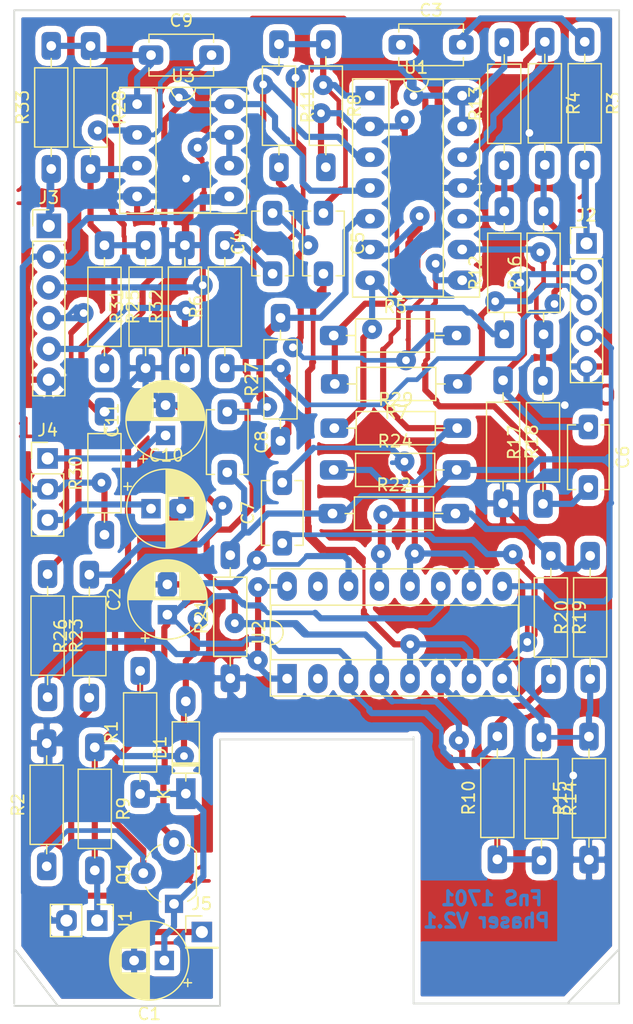
<source format=kicad_pcb>
(kicad_pcb (version 20171130) (host pcbnew "(5.0.2)-1")
  (layers (0 F.Cu signal) (31 B.Cu signal) (34 B.Paste user) (35 F.Paste user) (36 B.SilkS user) (37 F.SilkS user) (38 B.Mask user) (39 F.Mask user) (44 Edge.Cuts user))
  (net 0 "")
  (net 1 +9V)
  (net 2 GND)
  (net 3 VRef)
  (net 4 "Net-(C3-Pad1)")
  (net 5 "Net-(C3-Pad2)")
  (net 6 Dry)
  (net 7 "Net-(C4-Pad1)")
  (net 8 "Net-(C5-Pad1)")
  (net 9 "Net-(C5-Pad2)")
  (net 10 "Net-(C6-Pad2)")
  (net 11 AudioOut)
  (net 12 "Net-(C7-Pad1)")
  (net 13 "Net-(C7-Pad2)")
  (net 14 Regen_2)
  (net 15 "Net-(C8-Pad1)")
  (net 16 "Net-(C9-Pad2)")
  (net 17 SPEED_1)
  (net 18 AudioIn)
  (net 19 Regen_1)
  (net 20 SPEED_2)
  (net 21 DEPTH_1)
  (net 22 DEPTH_2)
  (net 23 DEPTH_3)
  (net 24 "Net-(R5-Pad1)")
  (net 25 "Net-(R10-Pad1)")
  (net 26 Wet)
  (net 27 "Net-(R12-Pad2)")
  (net 28 "Net-(R16-Pad1)")
  (net 29 "Net-(R19-Pad1)")
  (net 30 "Net-(R23-Pad2)")
  (net 31 "Net-(R24-Pad1)")
  (net 32 "Net-(U2-Pad2)")
  (net 33 "Net-(U2-Pad15)")
  (net 34 "Net-(R25-Pad1)")
  (net 35 "Net-(C1-Pad1)")
  (net 36 "Net-(C9-Pad1)")
  (net 37 "Net-(C10-Pad1)")
  (net 38 "Net-(C11-Pad1)")
  (net 39 "Net-(Q1-Pad2)")
  (net 40 "Net-(J5-Pad1)")
  (module NilsLib:TO-92_Wide_NIK (layer F.Cu) (at 133.4 138.375 90)
    (fp_text reference Q1 (at 2.55 -4.19 90) (layer F.SilkS))
    (fp_text value 2N3904)
    (pad 2 thru_hole oval (at 2.54 -2.54 180) (size 2.032 1.778) (drill 0.8) (layers *.Cu *.Mask) (net 39 "Net-(Q1-Pad2)"))
    (pad 3 thru_hole oval (at 5.08 0 180) (size 1.778 2.032) (drill 0.8) (layers *.Cu *.Mask) (net 3 VRef))
    (pad 1 thru_hole rect (at 0 0 180) (size 1.5 1.5) (drill 0.8) (layers *.Cu *.Mask) (net 35 "Net-(C1-Pad1)"))
  )
  (module NilsLib:Elko_D6.3mm_P2.50mm (layer F.Cu) (at 132.6 143.05 180)
    (fp_text reference C1 (at 1.25 -4.4 180) (layer F.SilkS))
    (fp_text value 100u)
    (pad 1 thru_hole rect (at 0 0 180) (size 1.6 1.6) (drill 0.8) (layers *.Cu *.Mask) (net 35 "Net-(C1-Pad1)"))
    (pad 2 thru_hole roundrect (at 2.5 0 180) (size 2.032 1.6) (drill 0.8) (layers *.Cu *.Mask) (net 2 GND))
  )
  (module NilsLib:Elko_D6.3mm_P2.50mm (layer F.Cu) (at 132.85 114.5 90)
    (fp_text reference C2 (at 1.25 -4.4 90) (layer F.SilkS))
    (fp_text value 22u)
    (pad 2 thru_hole roundrect (at 2.5 0 90) (size 2.032 1.6) (drill 0.8) (layers *.Cu *.Mask) (net 2 GND))
    (pad 1 thru_hole rect (at 0 0 90) (size 1.6 1.6) (drill 0.8) (layers *.Cu *.Mask) (net 3 VRef))
  )
  (module NilsLib:Kondensator_Keramik (layer F.Cu) (at 152.15 67.45)
    (fp_text reference C3 (at 2.5 -2.85) (layer F.SilkS))
    (fp_text value 100n)
    (pad 1 thru_hole roundrect (at 0 0) (size 2.032 1.6) (drill 0.8) (layers *.Cu *.Mask) (net 4 "Net-(C3-Pad1)"))
    (pad 2 thru_hole roundrect (at 5 0) (size 2.032 1.6) (drill 0.8) (layers *.Cu *.Mask) (net 5 "Net-(C3-Pad2)"))
  )
  (module NilsLib:Kondensator_Keramik (layer F.Cu) (at 141.55 86.35 90)
    (fp_text reference C4 (at 2.5 -2.85 90) (layer F.SilkS))
    (fp_text value 4,7n)
    (pad 1 thru_hole roundrect (at 0 0 90) (size 2.032 1.6) (drill 0.8) (layers *.Cu *.Mask) (net 7 "Net-(C4-Pad1)"))
    (pad 2 thru_hole roundrect (at 5 0 90) (size 2.032 1.6) (drill 0.8) (layers *.Cu *.Mask) (net 6 Dry))
  )
  (module NilsLib:Kondensator_Keramik (layer F.Cu) (at 145.75 81.35 270)
    (fp_text reference C5 (at 2.5 -2.85 270) (layer F.SilkS))
    (fp_text value 33n)
    (pad 1 thru_hole roundrect (at 0 0 270) (size 2.032 1.6) (drill 0.8) (layers *.Cu *.Mask) (net 8 "Net-(C5-Pad1)"))
    (pad 2 thru_hole roundrect (at 5 0 270) (size 2.032 1.6) (drill 0.8) (layers *.Cu *.Mask) (net 9 "Net-(C5-Pad2)"))
  )
  (module NilsLib:Kondensator_Keramik (layer F.Cu) (at 167.65 99 270)
    (fp_text reference C6 (at 2.5 -2.85 270) (layer F.SilkS))
    (fp_text value 100n)
    (pad 2 thru_hole roundrect (at 5 0 270) (size 2.032 1.6) (drill 0.8) (layers *.Cu *.Mask) (net 10 "Net-(C6-Pad2)"))
    (pad 1 thru_hole roundrect (at 0 0 270) (size 2.032 1.6) (drill 0.8) (layers *.Cu *.Mask) (net 11 AudioOut))
  )
  (module NilsLib:Kondensator_Keramik (layer F.Cu) (at 142.35 108.6 90)
    (fp_text reference C7 (at 2.5 -2.85 90) (layer F.SilkS))
    (fp_text value 33n)
    (pad 1 thru_hole roundrect (at 0 0 90) (size 2.032 1.6) (drill 0.8) (layers *.Cu *.Mask) (net 12 "Net-(C7-Pad1)"))
    (pad 2 thru_hole roundrect (at 5 0 90) (size 2.032 1.6) (drill 0.8) (layers *.Cu *.Mask) (net 13 "Net-(C7-Pad2)"))
  )
  (module NilsLib:Kondensator_Keramik (layer F.Cu) (at 137.8 97.75 270)
    (fp_text reference C8 (at 2.5 -2.85 270) (layer F.SilkS))
    (fp_text value 47n)
    (pad 2 thru_hole roundrect (at 5 0 270) (size 2.032 1.6) (drill 0.8) (layers *.Cu *.Mask) (net 14 Regen_2))
    (pad 1 thru_hole roundrect (at 0 0 270) (size 2.032 1.6) (drill 0.8) (layers *.Cu *.Mask) (net 15 "Net-(C8-Pad1)"))
  )
  (module NilsLib:Kondensator_Keramik (layer F.Cu) (at 131.5 68.3)
    (fp_text reference C9 (at 2.5 -2.85) (layer F.SilkS))
    (fp_text value 10n)
    (pad 2 thru_hole roundrect (at 5 0) (size 2.032 1.6) (drill 0.8) (layers *.Cu *.Mask) (net 16 "Net-(C9-Pad2)"))
    (pad 1 thru_hole roundrect (at 0 0) (size 2.032 1.6) (drill 0.8) (layers *.Cu *.Mask) (net 36 "Net-(C9-Pad1)"))
  )
  (module NilsLib:Elko_D6.3mm_P2.50mm (layer F.Cu) (at 131.5 105.75)
    (fp_text reference C10 (at 1.25 -4.4) (layer F.SilkS))
    (fp_text value 22u)
    (pad 2 thru_hole roundrect (at 2.5 0) (size 2.032 1.6) (drill 0.8) (layers *.Cu *.Mask) (net 2 GND))
    (pad 1 thru_hole rect (at 0 0) (size 1.6 1.6) (drill 0.8) (layers *.Cu *.Mask) (net 37 "Net-(C10-Pad1)"))
  )
  (module NilsLib:Elko_D6.3mm_P2.50mm (layer F.Cu) (at 132.7 99.7 90)
    (fp_text reference C11 (at 1.25 -4.4 90) (layer F.SilkS))
    (fp_text value 2,2u)
    (pad 1 thru_hole rect (at 0 0 90) (size 1.6 1.6) (drill 0.8) (layers *.Cu *.Mask) (net 38 "Net-(C11-Pad1)"))
    (pad 2 thru_hole roundrect (at 2.5 0 90) (size 2.032 1.6) (drill 0.8) (layers *.Cu *.Mask) (net 2 GND))
  )
  (module NilsLib:Diode_Horizontal (layer F.Cu) (at 134.375 129.275 90)
    (fp_text reference D1 (at 3.81 -2.12 90) (layer F.SilkS))
    (fp_text value 1N4001)
    (fp_text user K (at 0 -1.8 90) (layer F.SilkS))
    (pad 1 thru_hole rect (at 0 0 90) (size 2.54 1.6) (drill 0.8) (layers *.Cu *.Mask) (net 35 "Net-(C1-Pad1)"))
    (pad 2 thru_hole oval (at 7.62 0 90) (size 2.54 1.6) (drill 0.8) (layers *.Cu *.Mask) (net 1 +9V))
  )
  (module NilsLib:Stift_x02 (layer F.Cu) (at 127.05 139.75 270)
    (fp_text reference J1 (at 0 -2.33 270) (layer F.SilkS))
    (fp_text value Power)
    (pad 1 thru_hole rect (at 0 0 270) (size 1.7 1.7) (drill 1) (layers *.Cu *.Mask) (net 1 +9V))
    (pad 2 thru_hole roundrect (at 0 2.54 270) (size 1.7 1.7) (drill 1) (layers *.Cu *.Mask) (net 2 GND))
  )
  (module Connector_PinHeader_2.54mm:PinHeader_1x05_P2.54mm_Vertical (layer F.Cu) (at 167.5 83.85)
    (fp_text reference J2 (at 0 -2.33) (layer F.SilkS))
    (fp_text value IO)
    (pad 1 thru_hole rect (at 0 0) (size 1.7 1.7) (drill 1) (layers *.Cu *.Mask) (net 18 AudioIn))
    (pad 2 thru_hole oval (at 0 2.54) (size 1.7 1.7) (drill 1) (layers *.Cu *.Mask) (net 11 AudioOut))
    (pad 3 thru_hole oval (at 0 5.08) (size 1.7 1.7) (drill 1) (layers *.Cu *.Mask) (net 19 Regen_1))
    (pad 4 thru_hole oval (at 0 7.62) (size 1.7 1.7) (drill 1) (layers *.Cu *.Mask) (net 14 Regen_2))
    (pad 5 thru_hole oval (at 0 10.16) (size 1.7 1.7) (drill 1) (layers *.Cu *.Mask) (net 2 GND))
  )
  (module NilsLib:PinHeader_1x06_P2.54mm_Vertical_NIK (layer F.Cu) (at 123.05 82.4)
    (fp_text reference J3 (at 0 -2.33) (layer F.SilkS))
    (fp_text value CTRL)
    (pad 1 thru_hole rect (at 0 0) (size 2.032 2.032) (drill 1) (layers *.Cu *.Mask) (net 17 SPEED_1))
    (pad 2 thru_hole oval (at 0 2.54) (size 2.032 2.032) (drill 1) (layers *.Cu *.Mask) (net 20 SPEED_2))
    (pad 3 thru_hole oval (at 0 5.08) (size 2.032 2.032) (drill 1) (layers *.Cu *.Mask) (net 21 DEPTH_1))
    (pad 4 thru_hole oval (at 0 7.62) (size 2.032 2.032) (drill 1) (layers *.Cu *.Mask) (net 22 DEPTH_2))
    (pad 5 thru_hole oval (at 0 10.16) (size 2.032 2.032) (drill 1) (layers *.Cu *.Mask) (net 23 DEPTH_3))
    (pad 6 thru_hole oval (at 0 12.7) (size 2.032 2.032) (drill 1) (layers *.Cu *.Mask) (net 2 GND))
  )
  (module NilsLib:Stift_0x3 (layer F.Cu) (at 122.95 101.6)
    (fp_text reference J4 (at 0 -2.33) (layer F.SilkS))
    (fp_text value Fast/Slow)
    (pad 1 thru_hole rect (at 0 0) (size 1.7 1.7) (drill 1) (layers *.Cu *.Mask) (net 38 "Net-(C11-Pad1)"))
    (pad 2 thru_hole roundrect (at 0 2.54) (size 1.7 1.7) (drill 1) (layers *.Cu *.Mask) (net 20 SPEED_2))
    (pad 3 thru_hole roundrect (at 0 5.08) (size 1.7 1.7) (drill 1) (layers *.Cu *.Mask) (net 37 "Net-(C10-Pad1)"))
  )
  (module NilsLib:Widerstand_liegend (layer F.Cu) (at 130.6 129.3 90)
    (fp_text reference R1 (at 5.08 -2.37 90) (layer F.SilkS))
    (fp_text value 9,1k)
    (pad 1 thru_hole roundrect (at 0 0 90) (size 2.286 1.6) (drill 0.8) (layers *.Cu *.Mask) (net 35 "Net-(C1-Pad1)"))
    (pad 2 thru_hole roundrect (at 10.16 0 90) (size 2.286 1.6) (drill 0.8) (layers *.Cu *.Mask) (net 39 "Net-(Q1-Pad2)"))
  )
  (module NilsLib:Widerstand_liegend (layer F.Cu) (at 122.875 135.275 90)
    (fp_text reference R2 (at 5.08 -2.37 90) (layer F.SilkS))
    (fp_text value 10k)
    (pad 2 thru_hole roundrect (at 10.16 0 90) (size 2.286 1.6) (drill 0.8) (layers *.Cu *.Mask) (net 2 GND))
    (pad 1 thru_hole roundrect (at 0 0 90) (size 2.286 1.6) (drill 0.8) (layers *.Cu *.Mask) (net 39 "Net-(Q1-Pad2)"))
  )
  (module NilsLib:Widerstand_liegend (layer F.Cu) (at 167.35 67.2 270)
    (fp_text reference R3 (at 5.08 -2.37 270) (layer F.SilkS))
    (fp_text value 1k)
    (pad 1 thru_hole roundrect (at 0 0 270) (size 2.286 1.6) (drill 0.8) (layers *.Cu *.Mask) (net 5 "Net-(C3-Pad2)"))
    (pad 2 thru_hole roundrect (at 10.16 0 270) (size 2.286 1.6) (drill 0.8) (layers *.Cu *.Mask) (net 18 AudioIn))
  )
  (module NilsLib:Widerstand_liegend (layer F.Cu) (at 164.05 67.2 270)
    (fp_text reference R4 (at 5.08 -2.37 270) (layer F.SilkS))
    (fp_text value 470k)
    (pad 2 thru_hole roundrect (at 10.16 0 270) (size 2.286 1.6) (drill 0.8) (layers *.Cu *.Mask) (net 3 VRef))
    (pad 1 thru_hole roundrect (at 0 0 270) (size 2.286 1.6) (drill 0.8) (layers *.Cu *.Mask) (net 4 "Net-(C3-Pad1)"))
  )
  (module NilsLib:Widerstand_liegend (layer F.Cu) (at 146.6 91.45)
    (fp_text reference R5 (at 5.08 -2.37) (layer F.SilkS))
    (fp_text value 10k)
    (pad 1 thru_hole roundrect (at 0 0) (size 2.286 1.6) (drill 0.8) (layers *.Cu *.Mask) (net 24 "Net-(R5-Pad1)"))
    (pad 2 thru_hole roundrect (at 10.16 0) (size 2.286 1.6) (drill 0.8) (layers *.Cu *.Mask) (net 6 Dry))
  )
  (module NilsLib:Widerstand_liegend (layer F.Cu) (at 137.6 94.15 90)
    (fp_text reference R6 (at 5.08 -2.37 90) (layer F.SilkS))
    (fp_text value 10k)
    (pad 2 thru_hole roundrect (at 10.16 0 90) (size 2.286 1.6) (drill 0.8) (layers *.Cu *.Mask) (net 7 "Net-(C4-Pad1)"))
    (pad 1 thru_hole roundrect (at 0 0 90) (size 2.286 1.6) (drill 0.8) (layers *.Cu *.Mask) (net 3 VRef))
  )
  (module NilsLib:Widerstand_liegend (layer F.Cu) (at 156.85 95.45 180)
    (fp_text reference R7 (at 5.08 -2.37 180) (layer F.SilkS))
    (fp_text value 10k)
    (pad 1 thru_hole roundrect (at 0 0 180) (size 2.286 1.6) (drill 0.8) (layers *.Cu *.Mask) (net 19 Regen_1))
    (pad 2 thru_hole roundrect (at 10.16 0 180) (size 2.286 1.6) (drill 0.8) (layers *.Cu *.Mask) (net 24 "Net-(R5-Pad1)"))
  )
  (module NilsLib:Widerstand_liegend (layer F.Cu) (at 145.95 67.4 270)
    (fp_text reference R8 (at 5.08 -2.37 270) (layer F.SilkS))
    (fp_text value 10k)
    (pad 2 thru_hole roundrect (at 10.16 0 270) (size 2.286 1.6) (drill 0.8) (layers *.Cu *.Mask) (net 24 "Net-(R5-Pad1)"))
    (pad 1 thru_hole roundrect (at 0 0 270) (size 2.286 1.6) (drill 0.8) (layers *.Cu *.Mask) (net 8 "Net-(C5-Pad1)"))
  )
  (module NilsLib:Widerstand_liegend (layer F.Cu) (at 126.85 125.45 270)
    (fp_text reference R9 (at 5.08 -2.37 270) (layer F.SilkS))
    (fp_text value 10)
    (pad 1 thru_hole roundrect (at 0 0 270) (size 2.286 1.6) (drill 0.8) (layers *.Cu *.Mask) (net 1 +9V))
    (pad 2 thru_hole roundrect (at 10.16 0 270) (size 2.286 1.6) (drill 0.8) (layers *.Cu *.Mask) (net 1 +9V))
  )
  (module NilsLib:Widerstand_liegend (layer F.Cu) (at 160.125 134.7 90)
    (fp_text reference R10 (at 5.08 -2.37 90) (layer F.SilkS))
    (fp_text value 1,8k)
    (pad 2 thru_hole roundrect (at 10.16 0 90) (size 2.286 1.6) (drill 0.8) (layers *.Cu *.Mask) (net 3 VRef))
    (pad 1 thru_hole roundrect (at 0 0 90) (size 2.286 1.6) (drill 0.8) (layers *.Cu *.Mask) (net 25 "Net-(R10-Pad1)"))
  )
  (module NilsLib:Widerstand_liegend (layer F.Cu) (at 142.075 67.4 270)
    (fp_text reference R11 (at 5.08 -2.37 270) (layer F.SilkS))
    (fp_text value 27k)
    (pad 2 thru_hole roundrect (at 10.16 0 270) (size 2.286 1.6) (drill 0.8) (layers *.Cu *.Mask) (net 25 "Net-(R10-Pad1)"))
    (pad 1 thru_hole roundrect (at 0 0 270) (size 2.286 1.6) (drill 0.8) (layers *.Cu *.Mask) (net 8 "Net-(C5-Pad1)"))
  )
  (module NilsLib:Widerstand_liegend (layer F.Cu) (at 160.7 91.35 90)
    (fp_text reference R12 (at 5.08 -2.37 90) (layer F.SilkS))
    (fp_text value 27k)
    (pad 1 thru_hole roundrect (at 0 0 90) (size 2.286 1.6) (drill 0.8) (layers *.Cu *.Mask) (net 26 Wet))
    (pad 2 thru_hole roundrect (at 10.16 0 90) (size 2.286 1.6) (drill 0.8) (layers *.Cu *.Mask) (net 27 "Net-(R12-Pad2)"))
  )
  (module NilsLib:Widerstand_liegend (layer F.Cu) (at 160.7 77.4 90)
    (fp_text reference R13 (at 5.08 -2.37 90) (layer F.SilkS))
    (fp_text value 27k)
    (pad 1 thru_hole roundrect (at 0 0 90) (size 2.286 1.6) (drill 0.8) (layers *.Cu *.Mask) (net 27 "Net-(R12-Pad2)"))
    (pad 2 thru_hole roundrect (at 10.16 0 90) (size 2.286 1.6) (drill 0.8) (layers *.Cu *.Mask) (net 6 Dry))
  )
  (module NilsLib:Widerstand_liegend (layer F.Cu) (at 163.775 124.625 270)
    (fp_text reference R14 (at 5.08 -2.37 270) (layer F.SilkS))
    (fp_text value 27k)
    (pad 1 thru_hole roundrect (at 0 0 270) (size 2.286 1.6) (drill 0.8) (layers *.Cu *.Mask) (net 12 "Net-(C7-Pad1)"))
    (pad 2 thru_hole roundrect (at 10.16 0 270) (size 2.286 1.6) (drill 0.8) (layers *.Cu *.Mask) (net 25 "Net-(R10-Pad1)"))
  )
  (module NilsLib:Widerstand_liegend (layer F.Cu) (at 167.7 134.725 90)
    (fp_text reference R15 (at 5.08 -2.37 90) (layer F.SilkS))
    (fp_text value 10k)
    (pad 2 thru_hole roundrect (at 10.16 0 90) (size 2.286 1.6) (drill 0.8) (layers *.Cu *.Mask) (net 12 "Net-(C7-Pad1)"))
    (pad 1 thru_hole roundrect (at 0 0 90) (size 2.286 1.6) (drill 0.8) (layers *.Cu *.Mask) (net 2 GND))
  )
  (module NilsLib:Widerstand_liegend (layer F.Cu) (at 163.95 91.35 90)
    (fp_text reference R16 (at 5.08 -2.37 90) (layer F.SilkS))
    (fp_text value 100k)
    (pad 2 thru_hole roundrect (at 10.16 0 90) (size 2.286 1.6) (drill 0.8) (layers *.Cu *.Mask) (net 3 VRef))
    (pad 1 thru_hole roundrect (at 0 0 90) (size 2.286 1.6) (drill 0.8) (layers *.Cu *.Mask) (net 28 "Net-(R16-Pad1)"))
  )
  (module NilsLib:Widerstand_liegend (layer F.Cu) (at 163.9 105.35 90)
    (fp_text reference R17 (at 5.08 -2.37 90) (layer F.SilkS))
    (fp_text value 68k)
    (pad 2 thru_hole roundrect (at 10.16 0 90) (size 2.286 1.6) (drill 0.8) (layers *.Cu *.Mask) (net 28 "Net-(R16-Pad1)"))
    (pad 1 thru_hole roundrect (at 0 0 90) (size 2.286 1.6) (drill 0.8) (layers *.Cu *.Mask) (net 10 "Net-(C6-Pad2)"))
  )
  (module NilsLib:Widerstand_liegend (layer F.Cu) (at 160.6 95.15 270)
    (fp_text reference R18 (at 5.08 -2.37 270) (layer F.SilkS))
    (fp_text value 100k)
    (pad 1 thru_hole roundrect (at 0 0 270) (size 2.286 1.6) (drill 0.8) (layers *.Cu *.Mask) (net 11 AudioOut))
    (pad 2 thru_hole roundrect (at 10.16 0 270) (size 2.286 1.6) (drill 0.8) (layers *.Cu *.Mask) (net 2 GND))
  )
  (module NilsLib:Widerstand_liegend (layer F.Cu) (at 164.55 109.65 270)
    (fp_text reference R19 (at 5.08 -2.37 270) (layer F.SilkS))
    (fp_text value 1,8k)
    (pad 1 thru_hole roundrect (at 0 0 270) (size 2.286 1.6) (drill 0.8) (layers *.Cu *.Mask) (net 29 "Net-(R19-Pad1)"))
    (pad 2 thru_hole roundrect (at 10.16 0 270) (size 2.286 1.6) (drill 0.8) (layers *.Cu *.Mask) (net 3 VRef))
  )
  (module NilsLib:Widerstand_liegend (layer F.Cu) (at 167.8 119.8 90)
    (fp_text reference R20 (at 5.08 -2.37 90) (layer F.SilkS))
    (fp_text value 27k)
    (pad 2 thru_hole roundrect (at 10.16 0 90) (size 2.286 1.6) (drill 0.8) (layers *.Cu *.Mask) (net 29 "Net-(R19-Pad1)"))
    (pad 1 thru_hole roundrect (at 0 0 90) (size 2.286 1.6) (drill 0.8) (layers *.Cu *.Mask) (net 12 "Net-(C7-Pad1)"))
  )
  (module NilsLib:Widerstand_liegend (layer F.Cu) (at 138.05 119.75 90)
    (fp_text reference R21 (at 5.08 -2.37 90) (layer F.SilkS))
    (fp_text value 10k)
    (pad 1 thru_hole roundrect (at 0 0 90) (size 2.286 1.6) (drill 0.8) (layers *.Cu *.Mask) (net 2 GND))
    (pad 2 thru_hole roundrect (at 10.16 0 90) (size 2.286 1.6) (drill 0.8) (layers *.Cu *.Mask) (net 14 Regen_2))
  )
  (module NilsLib:Widerstand_liegend (layer F.Cu) (at 146.5 106.15)
    (fp_text reference R22 (at 5.08 -2.37) (layer F.SilkS))
    (fp_text value 27k)
    (pad 1 thru_hole roundrect (at 0 0) (size 2.286 1.6) (drill 0.8) (layers *.Cu *.Mask) (net 14 Regen_2))
    (pad 2 thru_hole roundrect (at 10.16 0) (size 2.286 1.6) (drill 0.8) (layers *.Cu *.Mask) (net 29 "Net-(R19-Pad1)"))
  )
  (module NilsLib:Widerstand_liegend (layer F.Cu) (at 122.95 111.15 270)
    (fp_text reference R23 (at 5.08 -2.37 270) (layer F.SilkS))
    (fp_text value 4,7k)
    (pad 1 thru_hole roundrect (at 0 0 270) (size 2.286 1.6) (drill 0.8) (layers *.Cu *.Mask) (net 22 DEPTH_2))
    (pad 2 thru_hole roundrect (at 10.16 0 270) (size 2.286 1.6) (drill 0.8) (layers *.Cu *.Mask) (net 30 "Net-(R23-Pad2)"))
  )
  (module NilsLib:Widerstand_liegend (layer F.Cu) (at 146.6 102.55)
    (fp_text reference R24 (at 5.08 -2.37) (layer F.SilkS))
    (fp_text value 10k)
    (pad 2 thru_hole roundrect (at 10.16 0) (size 2.286 1.6) (drill 0.8) (layers *.Cu *.Mask) (net 14 Regen_2))
    (pad 1 thru_hole roundrect (at 0 0) (size 2.286 1.6) (drill 0.8) (layers *.Cu *.Mask) (net 31 "Net-(R24-Pad1)"))
  )
  (module NilsLib:Widerstand_liegend (layer F.Cu) (at 127.65 84 270)
    (fp_text reference R25 (at 5.08 -2.37 270) (layer F.SilkS))
    (fp_text value 220k)
    (pad 1 thru_hole roundrect (at 0 0 270) (size 2.286 1.6) (drill 0.8) (layers *.Cu *.Mask) (net 34 "Net-(R25-Pad1)"))
    (pad 2 thru_hole roundrect (at 10.16 0 270) (size 2.286 1.6) (drill 0.8) (layers *.Cu *.Mask) (net 1 +9V))
  )
  (module NilsLib:Widerstand_liegend (layer F.Cu) (at 126.4 121.35 90)
    (fp_text reference R26 (at 5.08 -2.37 90) (layer F.SilkS))
    (fp_text value 22k)
    (pad 2 thru_hole roundrect (at 10.16 0 90) (size 2.286 1.6) (drill 0.8) (layers *.Cu *.Mask) (net 21 DEPTH_1))
    (pad 1 thru_hole roundrect (at 0 0 90) (size 2.286 1.6) (drill 0.8) (layers *.Cu *.Mask) (net 40 "Net-(J5-Pad1)"))
  )
  (module NilsLib:Widerstand_liegend (layer F.Cu) (at 142.2 100.15 90)
    (fp_text reference R27 (at 5.08 -2.37 90) (layer F.SilkS))
    (fp_text value 10k)
    (pad 1 thru_hole roundrect (at 0 0 90) (size 2.286 1.6) (drill 0.8) (layers *.Cu *.Mask) (net 3 VRef))
    (pad 2 thru_hole roundrect (at 10.16 0 90) (size 2.286 1.6) (drill 0.8) (layers *.Cu *.Mask) (net 15 "Net-(C8-Pad1)"))
  )
  (module NilsLib:Widerstand_liegend (layer F.Cu) (at 126.5 67.55 270)
    (fp_text reference R28 (at 5.08 -2.37 270) (layer F.SilkS))
    (fp_text value 220k)
    (pad 2 thru_hole roundrect (at 10.16 0 270) (size 2.286 1.6) (drill 0.8) (layers *.Cu *.Mask) (net 34 "Net-(R25-Pad1)"))
    (pad 1 thru_hole roundrect (at 0 0 270) (size 2.286 1.6) (drill 0.8) (layers *.Cu *.Mask) (net 36 "Net-(C9-Pad1)"))
  )
  (module NilsLib:Widerstand_liegend (layer F.Cu) (at 146.65 99.1)
    (fp_text reference R29 (at 5.08 -2.37) (layer F.SilkS))
    (fp_text value 10k)
    (pad 2 thru_hole roundrect (at 10.16 0) (size 2.286 1.6) (drill 0.8) (layers *.Cu *.Mask) (net 31 "Net-(R24-Pad1)"))
    (pad 1 thru_hole roundrect (at 0 0) (size 2.286 1.6) (drill 0.8) (layers *.Cu *.Mask) (net 26 Wet))
  )
  (module NilsLib:Widerstand_liegend (layer F.Cu) (at 127.65 107.9 90)
    (fp_text reference R30 (at 5.08 -2.37 90) (layer F.SilkS))
    (fp_text value 220k)
    (pad 2 thru_hole roundrect (at 10.16 0 90) (size 2.286 1.6) (drill 0.8) (layers *.Cu *.Mask) (net 16 "Net-(C9-Pad2)"))
    (pad 1 thru_hole roundrect (at 0 0 90) (size 2.286 1.6) (drill 0.8) (layers *.Cu *.Mask) (net 20 SPEED_2))
  )
  (module NilsLib:Widerstand_liegend (layer F.Cu) (at 131.05 94.15 90)
    (fp_text reference R31 (at 5.08 -2.37 90) (layer F.SilkS))
    (fp_text value 220k)
    (pad 2 thru_hole roundrect (at 10.16 0 90) (size 2.286 1.6) (drill 0.8) (layers *.Cu *.Mask) (net 34 "Net-(R25-Pad1)"))
    (pad 1 thru_hole roundrect (at 0 0 90) (size 2.286 1.6) (drill 0.8) (layers *.Cu *.Mask) (net 2 GND))
  )
  (module NilsLib:Widerstand_liegend (layer F.Cu) (at 134.3 94.15 90)
    (fp_text reference R32 (at 5.08 -2.37 90) (layer F.SilkS))
    (fp_text value 47k)
    (pad 1 thru_hole roundrect (at 0 0 90) (size 2.286 1.6) (drill 0.8) (layers *.Cu *.Mask) (net 23 DEPTH_3))
    (pad 2 thru_hole roundrect (at 10.16 0 90) (size 2.286 1.6) (drill 0.8) (layers *.Cu *.Mask) (net 2 GND))
  )
  (module NilsLib:Widerstand_liegend (layer F.Cu) (at 123.25 77.7 90)
    (fp_text reference R33 (at 5.08 -2.37 90) (layer F.SilkS))
    (fp_text value 10k)
    (pad 1 thru_hole roundrect (at 0 0 90) (size 2.286 1.6) (drill 0.8) (layers *.Cu *.Mask) (net 17 SPEED_1))
    (pad 2 thru_hole roundrect (at 10.16 0 90) (size 2.286 1.6) (drill 0.8) (layers *.Cu *.Mask) (net 36 "Net-(C9-Pad1)"))
  )
  (module Package_DIP:DIP-14_W7.62mm_Socket_LongPads (layer F.Cu) (at 149.6 71.65)
    (fp_text reference U1 (at 3.81 -2.33) (layer F.SilkS))
    (fp_text value TL084)
    (pad 1 thru_hole rect (at 0 0) (size 2.4 1.6) (drill 0.8) (layers *.Cu *.Mask) (net 8 "Net-(C5-Pad1)"))
    (pad 8 thru_hole oval (at 7.62 15.24) (size 2.4 1.6) (drill 0.8) (layers *.Cu *.Mask) (net 10 "Net-(C6-Pad2)"))
    (pad 2 thru_hole oval (at 0 2.54) (size 2.4 1.6) (drill 0.8) (layers *.Cu *.Mask) (net 24 "Net-(R5-Pad1)"))
    (pad 9 thru_hole oval (at 7.62 12.7) (size 2.4 1.6) (drill 0.8) (layers *.Cu *.Mask) (net 28 "Net-(R16-Pad1)"))
    (pad 3 thru_hole oval (at 0 5.08) (size 2.4 1.6) (drill 0.8) (layers *.Cu *.Mask) (net 7 "Net-(C4-Pad1)"))
    (pad 10 thru_hole oval (at 7.62 10.16) (size 2.4 1.6) (drill 0.8) (layers *.Cu *.Mask) (net 27 "Net-(R12-Pad2)"))
    (pad 4 thru_hole oval (at 0 7.62) (size 2.4 1.6) (drill 0.8) (layers *.Cu *.Mask) (net 1 +9V))
    (pad 11 thru_hole oval (at 7.62 7.62) (size 2.4 1.6) (drill 0.8) (layers *.Cu *.Mask) (net 2 GND))
    (pad 5 thru_hole oval (at 0 10.16) (size 2.4 1.6) (drill 0.8) (layers *.Cu *.Mask) (net 15 "Net-(C8-Pad1)"))
    (pad 12 thru_hole oval (at 7.62 5.08) (size 2.4 1.6) (drill 0.8) (layers *.Cu *.Mask) (net 4 "Net-(C3-Pad1)"))
    (pad 6 thru_hole oval (at 0 12.7) (size 2.4 1.6) (drill 0.8) (layers *.Cu *.Mask) (net 31 "Net-(R24-Pad1)"))
    (pad 13 thru_hole oval (at 7.62 2.54) (size 2.4 1.6) (drill 0.8) (layers *.Cu *.Mask) (net 6 Dry))
    (pad 7 thru_hole oval (at 0 15.24) (size 2.4 1.6) (drill 0.8) (layers *.Cu *.Mask) (net 26 Wet))
    (pad 14 thru_hole oval (at 7.62 0) (size 2.4 1.6) (drill 0.8) (layers *.Cu *.Mask) (net 6 Dry))
  )
  (module Package_DIP:DIP-16_W7.62mm_Socket_LongPads (layer F.Cu) (at 142.75 119.775 90)
    (fp_text reference U2 (at 3.81 -2.33 90) (layer F.SilkS))
    (fp_text value LM13700)
    (pad 1 thru_hole rect (at 0 0 90) (size 2.4 1.6) (drill 0.8) (layers *.Cu *.Mask) (net 30 "Net-(R23-Pad2)"))
    (pad 9 thru_hole oval (at 7.62 17.78 90) (size 2.4 1.6) (drill 0.8) (layers *.Cu *.Mask) (net 14 Regen_2))
    (pad 2 thru_hole oval (at 0 2.54 90) (size 2.4 1.6) (drill 0.8) (layers *.Cu *.Mask) (net 32 "Net-(U2-Pad2)"))
    (pad 10 thru_hole oval (at 7.62 15.24 90) (size 2.4 1.6) (drill 0.8) (layers *.Cu *.Mask) (net 13 "Net-(C7-Pad2)"))
    (pad 3 thru_hole oval (at 0 5.08 90) (size 2.4 1.6) (drill 0.8) (layers *.Cu *.Mask) (net 3 VRef))
    (pad 11 thru_hole oval (at 7.62 12.7 90) (size 2.4 1.6) (drill 0.8) (layers *.Cu *.Mask) (net 1 +9V))
    (pad 4 thru_hole oval (at 0 7.62 90) (size 2.4 1.6) (drill 0.8) (layers *.Cu *.Mask) (net 25 "Net-(R10-Pad1)"))
    (pad 12 thru_hole oval (at 7.62 10.16 90) (size 2.4 1.6) (drill 0.8) (layers *.Cu *.Mask) (net 13 "Net-(C7-Pad2)"))
    (pad 5 thru_hole oval (at 0 10.16 90) (size 2.4 1.6) (drill 0.8) (layers *.Cu *.Mask) (net 9 "Net-(C5-Pad2)"))
    (pad 13 thru_hole oval (at 7.62 7.62 90) (size 2.4 1.6) (drill 0.8) (layers *.Cu *.Mask) (net 29 "Net-(R19-Pad1)"))
    (pad 6 thru_hole oval (at 0 12.7 90) (size 2.4 1.6) (drill 0.8) (layers *.Cu *.Mask) (net 2 GND))
    (pad 14 thru_hole oval (at 7.62 5.08 90) (size 2.4 1.6) (drill 0.8) (layers *.Cu *.Mask) (net 3 VRef))
    (pad 7 thru_hole oval (at 0 15.24 90) (size 2.4 1.6) (drill 0.8) (layers *.Cu *.Mask) (net 9 "Net-(C5-Pad2)"))
    (pad 15 thru_hole oval (at 7.62 2.54 90) (size 2.4 1.6) (drill 0.8) (layers *.Cu *.Mask) (net 33 "Net-(U2-Pad15)"))
    (pad 8 thru_hole oval (at 0 17.78 90) (size 2.4 1.6) (drill 0.8) (layers *.Cu *.Mask) (net 12 "Net-(C7-Pad1)"))
    (pad 16 thru_hole oval (at 7.62 0 90) (size 2.4 1.6) (drill 0.8) (layers *.Cu *.Mask) (net 30 "Net-(R23-Pad2)"))
  )
  (module Package_DIP:DIP-8_W7.62mm_Socket_LongPads (layer F.Cu) (at 130.35 72.35)
    (fp_text reference U3 (at 3.81 -2.33) (layer F.SilkS))
    (fp_text value RC4558)
    (pad 1 thru_hole rect (at 0 0) (size 2.4 1.6) (drill 0.8) (layers *.Cu *.Mask) (net 36 "Net-(C9-Pad1)"))
    (pad 5 thru_hole oval (at 7.62 7.62) (size 2.4 1.6) (drill 0.8) (layers *.Cu *.Mask) (net 20 SPEED_2))
    (pad 2 thru_hole oval (at 0 2.54) (size 2.4 1.6) (drill 0.8) (layers *.Cu *.Mask) (net 16 "Net-(C9-Pad2)"))
    (pad 6 thru_hole oval (at 7.62 5.08) (size 2.4 1.6) (drill 0.8) (layers *.Cu *.Mask) (net 21 DEPTH_1))
    (pad 3 thru_hole oval (at 0 5.08) (size 2.4 1.6) (drill 0.8) (layers *.Cu *.Mask) (net 34 "Net-(R25-Pad1)"))
    (pad 7 thru_hole oval (at 7.62 2.54) (size 2.4 1.6) (drill 0.8) (layers *.Cu *.Mask) (net 21 DEPTH_1))
    (pad 4 thru_hole oval (at 0 7.62) (size 2.4 1.6) (drill 0.8) (layers *.Cu *.Mask) (net 2 GND))
    (pad 8 thru_hole oval (at 7.62 0) (size 2.4 1.6) (drill 0.8) (layers *.Cu *.Mask) (net 1 +9V))
  )
  (module NilsLib:Stift (layer F.Cu) (at 135.7 140.7)
    (fp_text reference J5 (at 0 -2.33) (layer F.SilkS))
    (fp_text value LED+)
    (pad 1 thru_hole rect (at 0 0) (size 1.7 1.7) (drill 1) (layers *.Cu *.Mask) (net 40 "Net-(J5-Pad1)"))
  )
  (gr_text IO (at 168.775 96.4) (layer F.Cu) (effects (font (size 1.5 1.5) (thickness 0.3))))
  (gr_text 1 (at 167.325 80.475) (layer F.Cu) (effects (font (size 1.5 1.5) (thickness 0.3))))
  (gr_text Q1 (at 135.075 135.8) (layer F.Cu) (effects (font (size 1.5 1.5) (thickness 0.3))))
  (gr_text + (at 127.025 141.9) (layer F.Cu) (effects (font (size 1.5 1.5) (thickness 0.3))))
  (gr_text 1 (at 121.15 99.1) (layer F.Cu) (effects (font (size 1.5 1.5) (thickness 0.3))))
  (gr_text 1 (at 120.95 79.85) (layer F.Cu) (effects (font (size 1.5 1.5) (thickness 0.3))))
  (gr_text "FnS 1701 \nPhaser V2.1" (at 159.225 138.85) (layer B.Cu) (effects (font (size 1.143 1.143) (thickness 0.28575)) (justify mirror)))
  (gr_line (start 170.1 142.2) (end 166 146.5) (angle 90) (layer Edge.Cuts) (width 0.15))
  (gr_line (start 120.3 142.2) (end 123.8 146.8) (angle 90) (layer Edge.Cuts) (width 0.15))
  (gr_line (start 137.2 124.8) (end 153.2 124.8) (angle 90) (layer Edge.Cuts) (width 0.15))
  (gr_line (start 153.2 124.600106) (end 153.2 146.5993) (angle 90) (layer Edge.Cuts) (width 0.15))
  (gr_line (start 153.2 146.5993) (end 170.16 146.5993) (angle 90) (layer Edge.Cuts) (width 0.15))
  (gr_line (start 170.1928 64.600074) (end 170.1928 146.600164) (angle 90) (layer Edge.Cuts) (width 0.15))
  (gr_line (start 137.2 124.800106) (end 137.2 146.7993) (angle 90) (layer Edge.Cuts) (width 0.15))
  (gr_line (start 120.2 146.7993) (end 137.16 146.7993) (angle 90) (layer Edge.Cuts) (width 0.15))
  (gr_line (start 120.2 64.59982) (end 170.199812 64.59982) (angle 90) (layer Edge.Cuts) (width 0.15))
  (gr_line (start 120.1928 64.600074) (end 120.1928 146.600164) (angle 90) (layer Edge.Cuts) (width 0.15))
  (segment (start 141.075 72.725) (end 140.7 72.35) (width 0.381) (layer B.Cu) (net 1))
  (segment (start 144.025 78.825) (end 144.025 76.725) (width 0.381) (layer B.Cu) (net 1))
  (segment (start 144.9 79.5) (end 144.85 79.5) (width 0.381) (layer B.Cu) (net 1))
  (segment (start 144.025 76.725) (end 144.025 76.625) (width 0.381) (layer B.Cu) (net 1))
  (segment (start 141.75 74.35) (end 141.75 73.5) (width 0.381) (layer B.Cu) (net 1))
  (segment (start 144.025 76.625) (end 142.75 75.35) (width 0.381) (layer B.Cu) (net 1))
  (segment (start 142.75 75.35) (end 141.75 74.35) (width 0.381) (layer B.Cu) (net 1))
  (segment (start 141.75 73.5) (end 141.75 73.475) (width 0.381) (layer B.Cu) (net 1))
  (segment (start 141.075 72.8) (end 141.075 72.725) (width 0.381) (layer B.Cu) (net 1))
  (segment (start 141.75 73.475) (end 141.075 72.8) (width 0.381) (layer B.Cu) (net 1))
  (segment (start 134.375 118.325) (end 135.35 117.35) (width 0.381) (layer F.Cu) (net 1))
  (segment (start 135.35 117.35) (end 135.35 115.875) (width 0.381) (layer F.Cu) (net 1))
  (segment (start 135.35 115.875) (end 135.35 115.375) (width 0.381) (layer F.Cu) (net 1))
  (segment (start 135.35 115.375) (end 135.35 115.3) (width 0.381) (layer F.Cu) (net 1))
  (segment (start 139.125 113.525) (end 139.3375 113.7375) (width 0.381) (layer B.Cu) (net 1))
  (segment (start 140.825 114.025) (end 141.15 114.35) (width 0.381) (layer B.Cu) (net 1))
  (segment (start 141.15 114.35) (end 145.05 114.35) (width 0.381) (layer B.Cu) (net 1))
  (segment (start 126.85 125.45) (end 126.95 125.45) (width 0.381) (layer F.Cu) (net 1))
  (segment (start 129.425 92.675) (end 129.425 92.65) (width 0.381) (layer F.Cu) (net 1))
  (segment (start 129.425 92.675) (end 129.425 91.075) (width 0.381) (layer F.Cu) (net 1))
  (segment (start 129.425 91.075) (end 129.425 90.775) (width 0.381) (layer F.Cu) (net 1))
  (segment (start 129.425 90.775) (end 129.425 90.75) (width 0.381) (layer F.Cu) (net 1))
  (segment (start 129.425 90.75) (end 129.45 90.725) (width 0.381) (layer F.Cu) (net 1))
  (segment (start 132.6 81.625) (end 132.4 81.425) (width 0.381) (layer F.Cu) (net 1))
  (segment (start 132.6 85.625) (end 132.6 82.2) (width 0.381) (layer F.Cu) (net 1))
  (segment (start 132.6 82.2) (end 132.6 81.625) (width 0.381) (layer F.Cu) (net 1))
  (segment (start 130.8 87.425) (end 132.6 85.625) (width 0.381) (layer F.Cu) (net 1))
  (segment (start 130.8 89.5) (end 130.8 87.425) (width 0.381) (layer F.Cu) (net 1))
  (segment (start 129.525 90.775) (end 130.8 89.5) (width 0.381) (layer F.Cu) (net 1))
  (segment (start 132.6 81.625) (end 132.6 78.55) (width 0.381) (layer F.Cu) (net 1))
  (segment (start 132.6 78.55) (end 132.6 78.2) (width 0.508) (layer F.Cu) (net 1))
  (segment (start 135.35 115.875) (end 135.35 114.85) (width 0.254) (layer F.Cu) (net 1))
  (via (at 135.35 114.85) (size 1.651) (drill 0.635) (layers F.Cu B.Cu) (net 1))
  (via (at 133.8 71.8) (size 1.651) (drill 0.635) (layers F.Cu B.Cu) (net 1))
  (segment (start 132.6 73.7) (end 132.7 73.6) (width 0.508) (layer F.Cu) (net 1))
  (segment (start 132.6 78.2) (end 132.6 73.7) (width 0.508) (layer F.Cu) (net 1))
  (segment (start 133.8 72.5) (end 132.7 73.6) (width 0.508) (layer F.Cu) (net 1))
  (segment (start 133.8 71.8) (end 133.8 72.5) (width 0.508) (layer F.Cu) (net 1))
  (segment (start 134.575 71.8) (end 135.125 72.35) (width 0.508) (layer B.Cu) (net 1))
  (segment (start 135.125 72.35) (end 137.97 72.35) (width 0.508) (layer B.Cu) (net 1))
  (segment (start 133.8 71.8) (end 134.575 71.8) (width 0.508) (layer B.Cu) (net 1))
  (segment (start 134.25 121.78) (end 134.375 121.655) (width 0.381) (layer F.Cu) (net 1))
  (via (at 134.225 126.175) (size 1.651) (drill 0.635) (layers F.Cu B.Cu) (net 1))
  (segment (start 134.225 126.175) (end 134.25 126.15) (width 0.381) (layer F.Cu) (net 1))
  (segment (start 134.25 126.15) (end 134.25 121.78) (width 0.381) (layer F.Cu) (net 1))
  (segment (start 127.05 135.81) (end 126.85 135.61) (width 0.381) (layer B.Cu) (net 1))
  (segment (start 126.85 125.45) (end 128.375 125.45) (width 0.508) (layer B.Cu) (net 1))
  (segment (start 129.1 126.175) (end 134.225 126.175) (width 0.508) (layer B.Cu) (net 1))
  (segment (start 128.375 125.45) (end 129.1 126.175) (width 0.508) (layer B.Cu) (net 1))
  (segment (start 145.05 114.35) (end 145.075 114.35) (width 0.508) (layer B.Cu) (net 1))
  (segment (start 155.45 113.8) (end 155.45 112.155) (width 0.508) (layer B.Cu) (net 1))
  (segment (start 154.45 114.8) (end 155.45 113.8) (width 0.508) (layer B.Cu) (net 1))
  (segment (start 145.525 114.8) (end 154.45 114.8) (width 0.508) (layer B.Cu) (net 1))
  (segment (start 145.075 114.35) (end 145.525 114.8) (width 0.508) (layer B.Cu) (net 1))
  (segment (start 127.05 139.75) (end 127.05 135.81) (width 0.508) (layer B.Cu) (net 1))
  (segment (start 127.05 135.81) (end 126.85 135.61) (width 0.508) (layer B.Cu) (net 1))
  (segment (start 135.35 114.85) (end 135.35 114.4) (width 0.508) (layer B.Cu) (net 1))
  (segment (start 139.125 113.65) (end 139.125 113.525) (width 0.508) (layer B.Cu) (net 1))
  (segment (start 138.45 112.975) (end 139.125 113.65) (width 0.508) (layer B.Cu) (net 1))
  (segment (start 136.775 112.975) (end 138.45 112.975) (width 0.508) (layer B.Cu) (net 1))
  (segment (start 135.35 114.4) (end 136.775 112.975) (width 0.508) (layer B.Cu) (net 1))
  (segment (start 139.3375 113.7375) (end 140.5375 113.7375) (width 0.508) (layer B.Cu) (net 1))
  (segment (start 140.5375 113.7375) (end 140.825 114.025) (width 0.508) (layer B.Cu) (net 1))
  (segment (start 137.97 72.35) (end 140.7 72.35) (width 0.508) (layer B.Cu) (net 1))
  (segment (start 140.7 72.35) (end 141.75 73.4) (width 0.508) (layer B.Cu) (net 1))
  (segment (start 141.75 73.4) (end 141.75 74.35) (width 0.508) (layer B.Cu) (net 1))
  (segment (start 141.75 74.35) (end 142.675 75.275) (width 0.508) (layer B.Cu) (net 1))
  (segment (start 142.675 75.275) (end 142.75 75.275) (width 0.508) (layer B.Cu) (net 1))
  (segment (start 142.75 75.275) (end 142.75 75.35) (width 0.508) (layer B.Cu) (net 1))
  (segment (start 148 79.5) (end 149.37 79.5) (width 0.508) (layer B.Cu) (net 1))
  (segment (start 149.37 79.5) (end 149.6 79.27) (width 0.508) (layer B.Cu) (net 1))
  (segment (start 144.85 79.5) (end 144.7 79.5) (width 0.508) (layer B.Cu) (net 1))
  (segment (start 144.7 79.5) (end 144.025 78.825) (width 0.508) (layer B.Cu) (net 1))
  (segment (start 144.025 78.825) (end 144.025 76.725) (width 0.508) (layer B.Cu) (net 1))
  (segment (start 126.85 135.61) (end 126.85 125.45) (width 0.508) (layer F.Cu) (net 1))
  (segment (start 134.225 126.175) (end 134.225 121.805) (width 0.508) (layer F.Cu) (net 1))
  (segment (start 134.225 121.805) (end 134.375 121.655) (width 0.508) (layer F.Cu) (net 1))
  (segment (start 134.375 121.655) (end 134.375 118.325) (width 0.508) (layer F.Cu) (net 1))
  (segment (start 134.375 118.325) (end 134.975 117.725) (width 0.508) (layer F.Cu) (net 1))
  (segment (start 134.975 117.725) (end 134.975 115.225) (width 0.508) (layer F.Cu) (net 1))
  (segment (start 134.975 115.225) (end 135.35 114.85) (width 0.508) (layer F.Cu) (net 1))
  (segment (start 126.85 125.45) (end 126.95 125.45) (width 0.508) (layer F.Cu) (net 1))
  (segment (start 126.95 125.45) (end 128.525 123.875) (width 0.508) (layer F.Cu) (net 1))
  (segment (start 129.725 95.85) (end 129.425 95.85) (width 0.508) (layer F.Cu) (net 1))
  (segment (start 129.6 100.225) (end 130.55 99.275) (width 0.508) (layer F.Cu) (net 1))
  (segment (start 130.55 99.275) (end 130.55 96.675) (width 0.508) (layer F.Cu) (net 1))
  (segment (start 130.55 96.675) (end 129.725 95.85) (width 0.508) (layer F.Cu) (net 1))
  (segment (start 129.6 110.175) (end 129.6 110) (width 0.508) (layer F.Cu) (net 1))
  (segment (start 129.075 110.7) (end 129.6 110.175) (width 0.508) (layer F.Cu) (net 1))
  (segment (start 129.075 111.05) (end 129.075 110.7) (width 0.508) (layer F.Cu) (net 1))
  (segment (start 128.525 111.6) (end 129.075 111.05) (width 0.508) (layer F.Cu) (net 1))
  (segment (start 128.525 123.875) (end 128.525 111.6) (width 0.508) (layer F.Cu) (net 1))
  (segment (start 129.425 95.85) (end 129.425 90.775) (width 0.508) (layer F.Cu) (net 1))
  (segment (start 129.425 90.775) (end 129.525 90.775) (width 0.508) (layer F.Cu) (net 1))
  (segment (start 129.525 90.775) (end 130.8 89.5) (width 0.508) (layer F.Cu) (net 1))
  (segment (start 130.8 89.5) (end 130.8 87.425) (width 0.508) (layer F.Cu) (net 1))
  (segment (start 130.8 87.425) (end 132.6 85.625) (width 0.508) (layer F.Cu) (net 1))
  (segment (start 129.6 110) (end 129.6 100.225) (width 0.508) (layer F.Cu) (net 1))
  (segment (start 132.6 82.2) (end 132.6 78.35) (width 0.508) (layer F.Cu) (net 1))
  (segment (start 132.475 78.2) (end 132.6 78.2) (width 0.508) (layer F.Cu) (net 1))
  (segment (start 132.475 78.225) (end 132.475 78.2) (width 0.508) (layer F.Cu) (net 1))
  (segment (start 132.6 78.35) (end 132.475 78.225) (width 0.508) (layer F.Cu) (net 1))
  (segment (start 144.9 79.5) (end 148 79.5) (width 0.508) (layer B.Cu) (net 1))
  (segment (start 127.65 94.16) (end 127.65 92.85) (width 0.508) (layer F.Cu) (net 1))
  (segment (start 127.65 92.85) (end 129.425 91.075) (width 0.508) (layer F.Cu) (net 1))
  (segment (start 127.65 94.16) (end 127.65 93.1) (width 0.381) (layer B.Cu) (net 1))
  (segment (start 127.65 94.16) (end 127.65 93.1) (width 0.508) (layer B.Cu) (net 1))
  (segment (start 129.25 95.95) (end 131.05 94.15) (width 0.381) (layer B.Cu) (net 2))
  (segment (start 124.7 95.95) (end 128.95 95.95) (width 0.381) (layer B.Cu) (net 2))
  (segment (start 131.05 95.55) (end 132.7 97.2) (width 0.381) (layer B.Cu) (net 2))
  (segment (start 134.3 85.7) (end 134.3 83.99) (width 0.381) (layer F.Cu) (net 2))
  (segment (start 131.05 91.725) (end 132.075 90.7) (width 0.508) (layer F.Cu) (net 2))
  (segment (start 131.05 94.15) (end 131.05 91.725) (width 0.508) (layer F.Cu) (net 2))
  (segment (start 132.075 90.7) (end 132.075 87.925) (width 0.381) (layer F.Cu) (net 2))
  (segment (start 132.075 87.925) (end 134.3 85.7) (width 0.381) (layer F.Cu) (net 2))
  (segment (start 134.425 98.025) (end 134.425 100.85) (width 0.381) (layer F.Cu) (net 2))
  (segment (start 134.425 100.85) (end 134.425 101.075) (width 0.381) (layer F.Cu) (net 2))
  (segment (start 134.425 101.075) (end 134.425 104.75) (width 0.381) (layer F.Cu) (net 2))
  (segment (start 133.6 97.2) (end 134.425 98.025) (width 0.381) (layer F.Cu) (net 2))
  (segment (start 161.9 123.35) (end 161.9 127.65) (width 0.381) (layer B.Cu) (net 2))
  (segment (start 161.9 127.65) (end 161.9 128.4) (width 0.381) (layer B.Cu) (net 2))
  (segment (start 161.9 128.4) (end 161.9 128.5) (width 0.381) (layer B.Cu) (net 2))
  (segment (start 161.9 128.5) (end 156.45 128.5) (width 0.381) (layer B.Cu) (net 2))
  (segment (start 160.875 122.325) (end 161.9 123.35) (width 0.381) (layer B.Cu) (net 2))
  (segment (start 160.025 122.325) (end 160.875 122.325) (width 0.381) (layer B.Cu) (net 2))
  (segment (start 158.925 122.325) (end 160.025 122.325) (width 0.381) (layer B.Cu) (net 2))
  (segment (start 122.875 125.115) (end 123.51 125.115) (width 0.381) (layer B.Cu) (net 2))
  (segment (start 136.975 117.35) (end 136.975 114.025) (width 0.381) (layer F.Cu) (net 2))
  (segment (start 135.25 112) (end 136.95 113.7) (width 0.508) (layer F.Cu) (net 2))
  (segment (start 136.95 113.7) (end 136.95 114.025) (width 0.508) (layer F.Cu) (net 2))
  (segment (start 136.95 114.025) (end 136.975 114.025) (width 0.508) (layer F.Cu) (net 2))
  (segment (start 132.85 112) (end 135.25 112) (width 0.508) (layer F.Cu) (net 2))
  (segment (start 138.05 119.75) (end 138.05 118.425) (width 0.508) (layer F.Cu) (net 2))
  (segment (start 138.05 118.425) (end 136.975 117.35) (width 0.508) (layer F.Cu) (net 2))
  (segment (start 134 106.3) (end 134 105.75) (width 0.381) (layer F.Cu) (net 2))
  (segment (start 132.975 107.325) (end 134 106.3) (width 0.381) (layer F.Cu) (net 2))
  (via (at 134.4 78.5) (size 1.651) (drill 0.635) (layers F.Cu B.Cu) (net 2))
  (segment (start 134.4 78.5) (end 132.93 79.97) (width 0.381) (layer B.Cu) (net 2))
  (segment (start 162.85 72.65) (end 162.8 72.65) (width 0.381) (layer F.Cu) (net 2))
  (segment (start 162.8 72.65) (end 160.6125 70.4625) (width 0.381) (layer F.Cu) (net 2))
  (segment (start 162.85 74.65) (end 162.85 72.65) (width 0.381) (layer F.Cu) (net 2))
  (segment (start 162.775 74.725) (end 162.85 74.65) (width 0.381) (layer F.Cu) (net 2))
  (via (at 162.775 74.725) (size 1.651) (drill 0.635) (layers F.Cu B.Cu) (net 2))
  (segment (start 160.425 75.15) (end 160.85 74.725) (width 0.508) (layer B.Cu) (net 2))
  (segment (start 160.85 74.725) (end 162.775 74.725) (width 0.508) (layer B.Cu) (net 2))
  (segment (start 160.375 75.15) (end 160.425 75.15) (width 0.508) (layer B.Cu) (net 2))
  (segment (start 158.7 78.6) (end 159.075 78.225) (width 0.381) (layer B.Cu) (net 2))
  (segment (start 159.075 78.225) (end 159.075 76.45) (width 0.381) (layer B.Cu) (net 2))
  (segment (start 159.075 76.45) (end 160.375 75.15) (width 0.381) (layer B.Cu) (net 2))
  (segment (start 160.6125 70.4625) (end 160.6 70.45) (width 0.381) (layer F.Cu) (net 2))
  (segment (start 152.1125 69.5125) (end 152.1 69.5) (width 0.381) (layer F.Cu) (net 2))
  (segment (start 160.225 70.075) (end 160.6125 70.4625) (width 0.381) (layer F.Cu) (net 2))
  (segment (start 149.475 69.5125) (end 149.4375 69.5125) (width 0.381) (layer F.Cu) (net 2))
  (segment (start 147.55 65.425) (end 142.525 65.425) (width 0.381) (layer F.Cu) (net 2))
  (segment (start 139.6 65.6) (end 139.825 65.375) (width 0.381) (layer F.Cu) (net 2))
  (segment (start 139.825 65.375) (end 142.525 65.375) (width 0.381) (layer F.Cu) (net 2))
  (segment (start 142.525 65.375) (end 142.525 65.425) (width 0.381) (layer F.Cu) (net 2))
  (segment (start 139.6 65.65) (end 139.6 65.6) (width 0.381) (layer F.Cu) (net 2))
  (segment (start 137.325 70.6) (end 136 70.6) (width 0.381) (layer F.Cu) (net 2))
  (segment (start 138.675 69.25) (end 137.325 70.6) (width 0.381) (layer F.Cu) (net 2))
  (segment (start 138.675 66.575) (end 138.675 69.25) (width 0.381) (layer F.Cu) (net 2))
  (segment (start 139.6 65.65) (end 138.675 66.575) (width 0.381) (layer F.Cu) (net 2))
  (segment (start 148.825 66.7) (end 147.55 65.425) (width 0.381) (layer F.Cu) (net 2))
  (segment (start 148.825 68.9) (end 148.825 66.7) (width 0.381) (layer F.Cu) (net 2))
  (segment (start 149.4375 69.5125) (end 148.825 68.9) (width 0.381) (layer F.Cu) (net 2))
  (segment (start 135.75 70.85) (end 136 70.6) (width 0.381) (layer F.Cu) (net 2))
  (segment (start 135.75 73.2) (end 135.75 73) (width 0.381) (layer F.Cu) (net 2))
  (segment (start 133.775 75.175) (end 133.975 74.975) (width 0.381) (layer F.Cu) (net 2))
  (segment (start 133.975 74.975) (end 135.75 73.2) (width 0.381) (layer F.Cu) (net 2))
  (segment (start 133.775 77.375) (end 133.775 75.175) (width 0.381) (layer F.Cu) (net 2))
  (segment (start 134.4 78) (end 133.775 77.375) (width 0.381) (layer F.Cu) (net 2))
  (segment (start 135.575 124.45) (end 135.8625 124.1625) (width 0.381) (layer B.Cu) (net 2))
  (segment (start 135.8625 124.1625) (end 136.85 123.175) (width 0.381) (layer B.Cu) (net 2))
  (segment (start 154.425 126.075) (end 154.425 125.9) (width 0.381) (layer B.Cu) (net 2))
  (segment (start 154.425 125.9) (end 154.425 125.85) (width 0.381) (layer B.Cu) (net 2))
  (segment (start 156.025 128.075) (end 156 128.05) (width 0.381) (layer B.Cu) (net 2))
  (segment (start 156.025 128.075) (end 156.45 128.5) (width 0.508) (layer B.Cu) (net 2))
  (segment (start 154.425 126.475) (end 156 128.05) (width 0.508) (layer B.Cu) (net 2))
  (segment (start 154.425 126.075) (end 154.425 126.475) (width 0.508) (layer B.Cu) (net 2))
  (segment (start 154.425 125.9) (end 154.425 124.6) (width 0.381) (layer B.Cu) (net 2))
  (segment (start 154.425 124.6) (end 154.425 124.525) (width 0.381) (layer B.Cu) (net 2))
  (via (at 166.4 127.775) (size 1.651) (drill 0.635) (layers F.Cu B.Cu) (net 2))
  (segment (start 166.275 127.65) (end 166.4 127.775) (width 0.381) (layer B.Cu) (net 2))
  (segment (start 161.9 127.65) (end 164.6 127.65) (width 0.508) (layer B.Cu) (net 2))
  (segment (start 164.6 127.65) (end 166.275 127.65) (width 0.508) (layer B.Cu) (net 2))
  (segment (start 166.275 127.65) (end 166.4 127.775) (width 0.508) (layer B.Cu) (net 2))
  (segment (start 149.237832 123.862832) (end 153.85 123.862832) (width 0.508) (layer B.Cu) (net 2))
  (segment (start 149 123.625) (end 149.237832 123.862832) (width 0.508) (layer B.Cu) (net 2))
  (segment (start 153.85 123.862832) (end 153.85 123.95) (width 0.508) (layer B.Cu) (net 2))
  (segment (start 153.85 123.95) (end 154.425 124.525) (width 0.508) (layer B.Cu) (net 2))
  (segment (start 130.35 79.97) (end 132.93 79.97) (width 0.508) (layer B.Cu) (net 2))
  (segment (start 132.93 79.97) (end 134.4 78.5) (width 0.508) (layer B.Cu) (net 2))
  (segment (start 124.51 139.75) (end 124.51 141.51) (width 0.508) (layer B.Cu) (net 2))
  (segment (start 126.05 143.05) (end 130.1 143.05) (width 0.508) (layer B.Cu) (net 2))
  (segment (start 124.51 141.51) (end 126.05 143.05) (width 0.508) (layer B.Cu) (net 2))
  (segment (start 121 137.325) (end 121 137.45) (width 0.508) (layer B.Cu) (net 2))
  (segment (start 123.3 139.75) (end 124.51 139.75) (width 0.508) (layer B.Cu) (net 2))
  (segment (start 121 137.45) (end 123.3 139.75) (width 0.508) (layer B.Cu) (net 2))
  (segment (start 121 137.325) (end 121 129.9) (width 0.508) (layer B.Cu) (net 2))
  (segment (start 123.1 125.34) (end 122.875 125.115) (width 0.508) (layer B.Cu) (net 2))
  (segment (start 123.1 127.8) (end 123.1 125.34) (width 0.508) (layer B.Cu) (net 2))
  (segment (start 121 129.9) (end 123.1 127.8) (width 0.508) (layer B.Cu) (net 2))
  (segment (start 123.05 95.1) (end 123.85 95.1) (width 0.508) (layer B.Cu) (net 2))
  (segment (start 123.85 95.1) (end 124.7 95.95) (width 0.508) (layer B.Cu) (net 2))
  (segment (start 128.95 95.95) (end 129.25 95.95) (width 0.508) (layer B.Cu) (net 2))
  (segment (start 129.25 95.95) (end 131.05 94.15) (width 0.508) (layer B.Cu) (net 2))
  (segment (start 131.05 94.15) (end 131.05 95.55) (width 0.508) (layer B.Cu) (net 2))
  (segment (start 131.05 95.55) (end 132.7 97.2) (width 0.508) (layer B.Cu) (net 2))
  (segment (start 122.875 125.115) (end 123.51 125.115) (width 0.508) (layer B.Cu) (net 2))
  (segment (start 123.51 125.115) (end 125.1 123.525) (width 0.508) (layer B.Cu) (net 2))
  (segment (start 130.5 124.45) (end 135.575 124.45) (width 0.508) (layer B.Cu) (net 2))
  (segment (start 129.575 123.525) (end 130.5 124.45) (width 0.508) (layer B.Cu) (net 2))
  (segment (start 125.1 123.525) (end 129.575 123.525) (width 0.508) (layer B.Cu) (net 2))
  (segment (start 135.575 124.45) (end 136.85 123.175) (width 0.508) (layer B.Cu) (net 2))
  (segment (start 155.45 119.775) (end 155.45 120.3) (width 0.508) (layer B.Cu) (net 2))
  (segment (start 158.925 122.275) (end 158.925 122.325) (width 0.508) (layer B.Cu) (net 2))
  (segment (start 157.425 122.275) (end 158.925 122.275) (width 0.508) (layer B.Cu) (net 2))
  (segment (start 155.45 120.3) (end 157.425 122.275) (width 0.508) (layer B.Cu) (net 2))
  (segment (start 134.4 78.5) (end 134.4 78) (width 0.508) (layer F.Cu) (net 2))
  (segment (start 134.4 78) (end 133.775 77.375) (width 0.508) (layer F.Cu) (net 2))
  (segment (start 133.775 77.375) (end 133.775 75.175) (width 0.508) (layer F.Cu) (net 2))
  (segment (start 160.6 105.575) (end 162.525 107.5) (width 0.508) (layer F.Cu) (net 2))
  (segment (start 160.6 105.31) (end 160.6 105.575) (width 0.508) (layer F.Cu) (net 2))
  (segment (start 166.1 121.975) (end 166.1 117.25) (width 0.381) (layer F.Cu) (net 2))
  (segment (start 133.975 74.975) (end 133.975 74.7) (width 0.508) (layer F.Cu) (net 2))
  (segment (start 133.975 74.7) (end 135.525 73.15) (width 0.508) (layer F.Cu) (net 2))
  (segment (start 135.75 73) (end 135.75 71.4) (width 0.508) (layer F.Cu) (net 2))
  (segment (start 135.75 71.4) (end 135.75 70.85) (width 0.508) (layer F.Cu) (net 2))
  (segment (start 135.75 70.85) (end 136 70.6) (width 0.508) (layer F.Cu) (net 2))
  (segment (start 152.1125 69.5125) (end 152.7875 69.5125) (width 0.508) (layer F.Cu) (net 2))
  (segment (start 153.35 70.075) (end 153.4 70.075) (width 0.508) (layer F.Cu) (net 2))
  (segment (start 152.7875 69.5125) (end 153.35 70.075) (width 0.508) (layer F.Cu) (net 2))
  (segment (start 160.225 70.075) (end 160.575 70.075) (width 0.508) (layer F.Cu) (net 2))
  (segment (start 162.775 72.275) (end 162.775 74.725) (width 0.508) (layer F.Cu) (net 2))
  (segment (start 160.575 70.075) (end 162.775 72.275) (width 0.508) (layer F.Cu) (net 2))
  (segment (start 134.4 78.5) (end 134.4 83.89) (width 0.508) (layer F.Cu) (net 2))
  (segment (start 134.4 83.89) (end 134.3 83.99) (width 0.508) (layer F.Cu) (net 2))
  (segment (start 132.975 107.325) (end 132.975 106.775) (width 0.508) (layer F.Cu) (net 2))
  (segment (start 132.975 106.775) (end 134 105.75) (width 0.508) (layer F.Cu) (net 2))
  (segment (start 132.85 112) (end 132.85 111.025) (width 0.508) (layer F.Cu) (net 2))
  (segment (start 132.425 107.325) (end 132.975 107.325) (width 0.508) (layer F.Cu) (net 2))
  (segment (start 131.775 107.975) (end 132.425 107.325) (width 0.508) (layer F.Cu) (net 2))
  (segment (start 131.775 109.95) (end 131.775 107.975) (width 0.508) (layer F.Cu) (net 2))
  (segment (start 132.85 111.025) (end 131.775 109.95) (width 0.508) (layer F.Cu) (net 2))
  (segment (start 132.7 97.2) (end 133.6 97.2) (width 0.508) (layer F.Cu) (net 2))
  (segment (start 133.6 97.2) (end 134.425 98.025) (width 0.508) (layer F.Cu) (net 2))
  (segment (start 134.425 98.025) (end 134.425 101.05) (width 0.508) (layer F.Cu) (net 2))
  (segment (start 134.425 101.05) (end 134.45 101.075) (width 0.508) (layer F.Cu) (net 2))
  (segment (start 134.45 101.075) (end 134.425 101.075) (width 0.508) (layer F.Cu) (net 2))
  (segment (start 134 105.75) (end 134 105.175) (width 0.508) (layer F.Cu) (net 2))
  (segment (start 134 105.175) (end 134.425 104.75) (width 0.508) (layer F.Cu) (net 2))
  (segment (start 134.425 100.85) (end 134.425 105.325) (width 0.508) (layer F.Cu) (net 2))
  (segment (start 134.425 105.325) (end 134 105.75) (width 0.508) (layer F.Cu) (net 2))
  (segment (start 135.75 70.85) (end 135.75 70.8) (width 0.508) (layer F.Cu) (net 2))
  (segment (start 147.425 65.3) (end 148.825 66.7) (width 0.508) (layer F.Cu) (net 2))
  (segment (start 139.9 65.3) (end 147.425 65.3) (width 0.508) (layer F.Cu) (net 2))
  (segment (start 138.875 66.325) (end 139.9 65.3) (width 0.508) (layer F.Cu) (net 2))
  (segment (start 138.875 69.1) (end 138.875 66.325) (width 0.508) (layer F.Cu) (net 2))
  (segment (start 137.8 70.175) (end 138.875 69.1) (width 0.508) (layer F.Cu) (net 2))
  (segment (start 136.375 70.175) (end 137.8 70.175) (width 0.508) (layer F.Cu) (net 2))
  (segment (start 135.75 70.8) (end 136.375 70.175) (width 0.508) (layer F.Cu) (net 2))
  (segment (start 148.825 66.7) (end 148.825 68.9) (width 0.508) (layer F.Cu) (net 2))
  (segment (start 148.825 68.9) (end 149.4375 69.5125) (width 0.508) (layer F.Cu) (net 2))
  (segment (start 149.475 69.5125) (end 152.1125 69.5125) (width 0.508) (layer F.Cu) (net 2))
  (segment (start 166.4 127.775) (end 166.4 127.05) (width 0.508) (layer F.Cu) (net 2))
  (segment (start 166.1 126.75) (end 166.1 121.975) (width 0.508) (layer F.Cu) (net 2))
  (segment (start 166.4 127.05) (end 166.1 126.75) (width 0.508) (layer F.Cu) (net 2))
  (segment (start 156.1 70.075) (end 160.225 70.075) (width 0.508) (layer F.Cu) (net 2))
  (segment (start 153.4 70.075) (end 156.1 70.075) (width 0.508) (layer F.Cu) (net 2))
  (segment (start 167.5 94.01) (end 167.5 95.4) (width 0.508) (layer B.Cu) (net 2))
  (segment (start 165.2 107.5) (end 162.525 107.5) (width 0.508) (layer F.Cu) (net 2))
  (segment (start 165.8 106.9) (end 165.2 107.5) (width 0.508) (layer F.Cu) (net 2))
  (segment (start 165.8 97.3) (end 165.8 106.3) (width 0.508) (layer F.Cu) (net 2))
  (segment (start 165.8 106.3) (end 165.8 106.9) (width 0.508) (layer F.Cu) (net 2))
  (segment (start 165.7 97.2) (end 165.8 97.3) (width 0.508) (layer F.Cu) (net 2))
  (via (at 165.7 97.2) (size 1.651) (drill 0.635) (layers F.Cu B.Cu) (net 2))
  (segment (start 167.5 95.4) (end 165.7 97.2) (width 0.508) (layer B.Cu) (net 2))
  (segment (start 135.8625 124.1625) (end 136.0375 124.1625) (width 0.508) (layer B.Cu) (net 2))
  (segment (start 138.05 122.15) (end 138.05 119.75) (width 0.508) (layer B.Cu) (net 2))
  (segment (start 136.0375 124.1625) (end 138.05 122.15) (width 0.508) (layer B.Cu) (net 2))
  (segment (start 164.6 127.65) (end 165.25 127.65) (width 0.508) (layer B.Cu) (net 2))
  (segment (start 167.7 130.1) (end 167.7 134.725) (width 0.508) (layer B.Cu) (net 2))
  (segment (start 165.25 127.65) (end 167.7 130.1) (width 0.508) (layer B.Cu) (net 2))
  (segment (start 166.1 117.25) (end 166.1 107.2) (width 0.508) (layer F.Cu) (net 2))
  (segment (start 166.1 107.2) (end 165.8 106.9) (width 0.508) (layer F.Cu) (net 2))
  (segment (start 165.8 106.9) (end 165.8 106.4) (width 0.508) (layer F.Cu) (net 2))
  (segment (start 165.7 106.3) (end 165.8 106.3) (width 0.508) (layer F.Cu) (net 2))
  (segment (start 165.8 106.4) (end 165.7 106.3) (width 0.508) (layer F.Cu) (net 2))
  (segment (start 157.22 79.27) (end 157.83 79.27) (width 0.508) (layer B.Cu) (net 2))
  (segment (start 158.7 78.4) (end 158.7 78.6) (width 0.508) (layer B.Cu) (net 2))
  (segment (start 157.83 79.27) (end 158.7 78.4) (width 0.508) (layer B.Cu) (net 2))
  (segment (start 138.05 119.75) (end 138.05 121.05) (width 0.508) (layer B.Cu) (net 2))
  (segment (start 149 123.5) (end 149 123.625) (width 0.508) (layer B.Cu) (net 2))
  (segment (start 148.1 122.6) (end 149 123.5) (width 0.508) (layer B.Cu) (net 2))
  (segment (start 139.6 122.6) (end 148.1 122.6) (width 0.508) (layer B.Cu) (net 2))
  (segment (start 138.05 121.05) (end 139.6 122.6) (width 0.508) (layer B.Cu) (net 2))
  (segment (start 156.45 128.5) (end 161.8 128.5) (width 0.508) (layer B.Cu) (net 2))
  (segment (start 161.8 128.5) (end 161.9 128.4) (width 0.508) (layer B.Cu) (net 2))
  (segment (start 154.425 124.6) (end 154.425 126.075) (width 0.508) (layer B.Cu) (net 2))
  (segment (start 147.83 119.775) (end 147.83 120.58) (width 0.381) (layer B.Cu) (net 3))
  (segment (start 147.83 120.58) (end 149.55 122.3) (width 0.381) (layer B.Cu) (net 3))
  (segment (start 155.6625 125.8125) (end 155.6625 125.5125) (width 0.381) (layer B.Cu) (net 3))
  (segment (start 158.5 126.5) (end 160.125 124.875) (width 0.508) (layer B.Cu) (net 3))
  (segment (start 160.125 124.875) (end 160.125 124.54) (width 0.508) (layer B.Cu) (net 3))
  (segment (start 156.35 126.5) (end 158.5 126.5) (width 0.508) (layer B.Cu) (net 3))
  (segment (start 155.275 123.7) (end 155.5 123.925) (width 0.381) (layer B.Cu) (net 3))
  (segment (start 155.5 123.925) (end 155.5 125.35) (width 0.381) (layer B.Cu) (net 3))
  (segment (start 155.5 125.35) (end 155.6625 125.5125) (width 0.381) (layer B.Cu) (net 3))
  (segment (start 133.4 133.295) (end 133.4 132.975) (width 0.381) (layer F.Cu) (net 3))
  (segment (start 132.5 132.075) (end 132.5 131.075) (width 0.508) (layer F.Cu) (net 3))
  (segment (start 133.4 132.975) (end 132.5 132.075) (width 0.508) (layer F.Cu) (net 3))
  (segment (start 147.83 118.255) (end 147.83 119.775) (width 0.381) (layer B.Cu) (net 3))
  (segment (start 147.075 117.5) (end 147.83 118.255) (width 0.381) (layer B.Cu) (net 3))
  (segment (start 142.05 117.5) (end 142.1 117.5) (width 0.381) (layer B.Cu) (net 3))
  (segment (start 141.075 116.525) (end 141.2 116.65) (width 0.381) (layer B.Cu) (net 3))
  (segment (start 141.2 116.65) (end 142.05 117.5) (width 0.381) (layer B.Cu) (net 3))
  (segment (start 139.575 116.525) (end 139.362998 116.525) (width 0.381) (layer B.Cu) (net 3))
  (segment (start 133 114.5) (end 132.85 114.5) (width 0.381) (layer B.Cu) (net 3))
  (segment (start 135.075 116.575) (end 133 114.5) (width 0.381) (layer B.Cu) (net 3))
  (segment (start 139.362998 116.525) (end 138.987998 116.9) (width 0.381) (layer B.Cu) (net 3))
  (segment (start 155.8 93.35) (end 161.525 93.35) (width 0.381) (layer B.Cu) (net 3))
  (segment (start 152.7 95.1) (end 153.475 95.1) (width 0.381) (layer B.Cu) (net 3))
  (segment (start 153.475 95.1) (end 155.225 93.35) (width 0.381) (layer B.Cu) (net 3))
  (segment (start 155.225 93.35) (end 155.8 93.35) (width 0.381) (layer B.Cu) (net 3))
  (via (at 164.85 88.85) (size 1.651) (drill 0.635) (layers F.Cu B.Cu) (net 3))
  (segment (start 142.2 100.15) (end 142.2 99.425) (width 0.381) (layer F.Cu) (net 3))
  (via (at 142.225 94.175) (size 1.651) (drill 0.635) (layers F.Cu B.Cu) (net 3))
  (segment (start 142.85 94.8) (end 142.225 94.175) (width 0.381) (layer F.Cu) (net 3))
  (segment (start 142.85 98.775) (end 142.85 94.8) (width 0.381) (layer F.Cu) (net 3))
  (segment (start 142.2 99.425) (end 142.85 98.775) (width 0.381) (layer F.Cu) (net 3))
  (segment (start 142.2 100.15) (end 142.2 100.425) (width 0.381) (layer F.Cu) (net 3))
  (segment (start 142.2 100.425) (end 140.75 101.875) (width 0.381) (layer F.Cu) (net 3))
  (segment (start 140.75 101.875) (end 140.75 108.725) (width 0.381) (layer F.Cu) (net 3))
  (segment (start 140.75 108.725) (end 140.25 109.225) (width 0.381) (layer F.Cu) (net 3))
  (segment (start 140.25 109.225) (end 140.25 110.025) (width 0.381) (layer F.Cu) (net 3))
  (via (at 140.25 110.025) (size 1.651) (drill 0.635) (layers F.Cu B.Cu) (net 3))
  (segment (start 140.25 110.025) (end 140.575 110.35) (width 0.381) (layer B.Cu) (net 3))
  (segment (start 144.3875 109.6625) (end 146.8875 109.6625) (width 0.508) (layer B.Cu) (net 3))
  (segment (start 143.7 110.35) (end 144.3875 109.6625) (width 0.381) (layer B.Cu) (net 3))
  (segment (start 140.575 110.35) (end 143.7 110.35) (width 0.381) (layer B.Cu) (net 3))
  (segment (start 132.85 114.5) (end 133.35 114.5) (width 0.254) (layer B.Cu) (net 3))
  (segment (start 132.85 114.5) (end 133.35 114.5) (width 0.381) (layer B.Cu) (net 3))
  (segment (start 139.3 110.975) (end 140.25 110.025) (width 0.381) (layer B.Cu) (net 3))
  (segment (start 135.625 111.9) (end 138.325 111.9) (width 0.381) (layer B.Cu) (net 3))
  (segment (start 138.325 111.9) (end 138.875 111.35) (width 0.381) (layer B.Cu) (net 3))
  (segment (start 138.875 111.35) (end 139.25 110.975) (width 0.381) (layer B.Cu) (net 3))
  (segment (start 139.25 110.975) (end 139.3 110.975) (width 0.381) (layer B.Cu) (net 3))
  (segment (start 150.625 97.175) (end 152.7 95.1) (width 0.381) (layer B.Cu) (net 3))
  (segment (start 144.4 97.175) (end 150.625 97.175) (width 0.381) (layer B.Cu) (net 3))
  (segment (start 142.225 95) (end 144.4 97.175) (width 0.381) (layer B.Cu) (net 3))
  (segment (start 161.525 93.35) (end 161.775 93.35) (width 0.381) (layer B.Cu) (net 3))
  (segment (start 164.175 89.525) (end 164.85 88.85) (width 0.381) (layer B.Cu) (net 3))
  (segment (start 162.85 89.525) (end 164.175 89.525) (width 0.381) (layer B.Cu) (net 3))
  (segment (start 162.225 90.15) (end 162.85 89.525) (width 0.381) (layer B.Cu) (net 3))
  (segment (start 162.225 92.9) (end 162.225 90.15) (width 0.381) (layer B.Cu) (net 3))
  (segment (start 161.775 93.35) (end 162.225 92.9) (width 0.381) (layer B.Cu) (net 3))
  (segment (start 138.987998 116.9) (end 135.45 116.9) (width 0.508) (layer B.Cu) (net 3))
  (segment (start 135.075 116.525) (end 135.075 116.575) (width 0.508) (layer B.Cu) (net 3))
  (segment (start 135.45 116.9) (end 135.075 116.525) (width 0.508) (layer B.Cu) (net 3))
  (segment (start 149.55 122.3) (end 149.55 122.425) (width 0.508) (layer B.Cu) (net 3))
  (segment (start 149.75 122.625) (end 154.175 122.625) (width 0.508) (layer B.Cu) (net 3))
  (segment (start 149.55 122.425) (end 149.75 122.625) (width 0.508) (layer B.Cu) (net 3))
  (segment (start 137.6 94.15) (end 142.2 94.15) (width 0.508) (layer B.Cu) (net 3))
  (segment (start 142.2 94.15) (end 142.225 94.175) (width 0.508) (layer B.Cu) (net 3))
  (segment (start 132.85 114.5) (end 133.325 114.5) (width 0.508) (layer B.Cu) (net 3))
  (segment (start 133.325 114.5) (end 134.4875 113.3375) (width 0.508) (layer B.Cu) (net 3))
  (segment (start 134.4875 113.3375) (end 134.4875 113.0375) (width 0.508) (layer B.Cu) (net 3))
  (segment (start 134.4875 113.0375) (end 135.625 111.9) (width 0.508) (layer B.Cu) (net 3))
  (segment (start 135.625 111.9) (end 138.325 111.9) (width 0.508) (layer B.Cu) (net 3))
  (segment (start 138.325 111.9) (end 138.85 111.375) (width 0.508) (layer B.Cu) (net 3))
  (segment (start 138.85 111.375) (end 138.875 111.375) (width 0.508) (layer B.Cu) (net 3))
  (segment (start 138.875 111.375) (end 138.875 111.35) (width 0.508) (layer B.Cu) (net 3))
  (segment (start 142.225 95) (end 144.4 97.175) (width 0.508) (layer B.Cu) (net 3))
  (segment (start 163.95 81.19) (end 163.95 77.46) (width 0.508) (layer B.Cu) (net 3))
  (segment (start 163.95 77.46) (end 164.05 77.36) (width 0.508) (layer B.Cu) (net 3))
  (segment (start 142.1 117.5) (end 147.075 117.5) (width 0.508) (layer B.Cu) (net 3))
  (segment (start 147.075 117.5) (end 147.83 118.255) (width 0.508) (layer B.Cu) (net 3))
  (segment (start 147.83 118.255) (end 147.83 119.775) (width 0.508) (layer B.Cu) (net 3))
  (segment (start 139.575 116.525) (end 141.075 116.525) (width 0.508) (layer B.Cu) (net 3))
  (segment (start 141.075 116.525) (end 141.2 116.65) (width 0.508) (layer B.Cu) (net 3))
  (segment (start 142.225 94.175) (end 142.225 95) (width 0.508) (layer F.Cu) (net 3))
  (segment (start 142.225 95) (end 142.85 95.625) (width 0.508) (layer F.Cu) (net 3))
  (segment (start 142.85 95.625) (end 142.85 99.5) (width 0.508) (layer F.Cu) (net 3))
  (segment (start 142.85 99.5) (end 142.2 100.15) (width 0.508) (layer F.Cu) (net 3))
  (segment (start 133.4 133.295) (end 133.4 132.975) (width 0.508) (layer F.Cu) (net 3))
  (segment (start 160.125 124.54) (end 160.125 123.5) (width 0.508) (layer F.Cu) (net 3))
  (segment (start 162.335 122.025) (end 164.55 119.81) (width 0.508) (layer F.Cu) (net 3))
  (segment (start 161.6 122.025) (end 162.335 122.025) (width 0.508) (layer F.Cu) (net 3))
  (segment (start 160.125 123.5) (end 161.6 122.025) (width 0.508) (layer F.Cu) (net 3))
  (segment (start 132.85 114.5) (end 132.85 115.325) (width 0.508) (layer F.Cu) (net 3))
  (segment (start 132.85 115.325) (end 132.6 115.575) (width 0.508) (layer F.Cu) (net 3))
  (segment (start 140.75 101.875) (end 140.75 101.6) (width 0.508) (layer F.Cu) (net 3))
  (segment (start 140.75 101.6) (end 142.2 100.15) (width 0.508) (layer F.Cu) (net 3))
  (segment (start 132.6 115.575) (end 132.6 119.175) (width 0.508) (layer F.Cu) (net 3))
  (segment (start 132.525 131.075) (end 132.5 131.075) (width 0.508) (layer F.Cu) (net 3))
  (segment (start 132.525 127.2) (end 132.525 131.075) (width 0.508) (layer F.Cu) (net 3))
  (segment (start 132.625 127.1) (end 132.525 127.2) (width 0.508) (layer F.Cu) (net 3))
  (segment (start 132.625 119.2) (end 132.625 127.1) (width 0.508) (layer F.Cu) (net 3))
  (segment (start 132.6 119.175) (end 132.625 119.2) (width 0.508) (layer F.Cu) (net 3))
  (segment (start 164.85 88.85) (end 164.85 87.85) (width 0.508) (layer F.Cu) (net 3))
  (segment (start 163.95 81.625) (end 163.95 81.19) (width 0.508) (layer F.Cu) (net 3))
  (segment (start 165.25 82.925) (end 163.95 81.625) (width 0.508) (layer F.Cu) (net 3))
  (segment (start 165.25 87.45) (end 165.25 82.925) (width 0.508) (layer F.Cu) (net 3))
  (segment (start 164.85 87.85) (end 165.25 87.45) (width 0.508) (layer F.Cu) (net 3))
  (segment (start 154.175 122.625) (end 154.2 122.625) (width 0.508) (layer B.Cu) (net 3))
  (segment (start 154.2 122.625) (end 155.275 123.7) (width 0.508) (layer B.Cu) (net 3))
  (segment (start 156.35 126.5) (end 155.6625 125.8125) (width 0.508) (layer B.Cu) (net 3))
  (segment (start 155.6625 125.8125) (end 155.6625 125.5125) (width 0.508) (layer B.Cu) (net 3))
  (segment (start 155.6625 125.5125) (end 155.5 125.35) (width 0.508) (layer B.Cu) (net 3))
  (segment (start 147.83 112.155) (end 147.83 110.03) (width 0.508) (layer B.Cu) (net 3))
  (segment (start 147.4625 109.6625) (end 146.8875 109.6625) (width 0.508) (layer B.Cu) (net 3))
  (segment (start 147.83 110.03) (end 147.4625 109.6625) (width 0.508) (layer B.Cu) (net 3))
  (segment (start 157.22 76.73) (end 157.645 76.73) (width 0.381) (layer B.Cu) (net 4))
  (segment (start 159.8 73.275) (end 164.05 69.025) (width 0.508) (layer B.Cu) (net 4))
  (segment (start 164.05 69.025) (end 164.05 67.2) (width 0.508) (layer B.Cu) (net 4))
  (segment (start 159.25 75.125) (end 159.25 75) (width 0.381) (layer B.Cu) (net 4))
  (segment (start 157.645 76.73) (end 159.25 75.125) (width 0.381) (layer B.Cu) (net 4))
  (segment (start 155.3 69.1125) (end 155.775 69.1125) (width 0.381) (layer F.Cu) (net 4))
  (segment (start 155.775 69.1125) (end 156.15 69.1125) (width 0.381) (layer F.Cu) (net 4))
  (segment (start 162.5 68.75) (end 164.05 67.2) (width 0.508) (layer F.Cu) (net 4))
  (segment (start 162.5 69.1125) (end 162.5 68.75) (width 0.508) (layer F.Cu) (net 4))
  (segment (start 155.3 69.1125) (end 155.3125 69.125) (width 0.508) (layer F.Cu) (net 4))
  (segment (start 155.3125 69.125) (end 155.775 69.125) (width 0.508) (layer F.Cu) (net 4))
  (segment (start 155.775 69.125) (end 155.775 69.1125) (width 0.508) (layer F.Cu) (net 4))
  (segment (start 155.3 69.1125) (end 155.775 69.1125) (width 0.508) (layer F.Cu) (net 4))
  (segment (start 152.15 67.45) (end 152.9 67.45) (width 0.508) (layer F.Cu) (net 4))
  (segment (start 156.15 69.05) (end 156.15 69.1125) (width 0.508) (layer F.Cu) (net 4))
  (segment (start 154.5 69.05) (end 156.15 69.05) (width 0.508) (layer F.Cu) (net 4))
  (segment (start 152.9 67.45) (end 154.5 69.05) (width 0.508) (layer F.Cu) (net 4))
  (segment (start 156.15 69.1125) (end 162.5 69.1125) (width 0.508) (layer F.Cu) (net 4))
  (segment (start 159.25 75) (end 159.25 74.75) (width 0.508) (layer B.Cu) (net 4))
  (segment (start 159.8 74.2) (end 159.8 73.275) (width 0.508) (layer B.Cu) (net 4))
  (segment (start 159.25 74.75) (end 159.8 74.2) (width 0.508) (layer B.Cu) (net 4))
  (segment (start 157.22 76.73) (end 157.37 76.73) (width 0.508) (layer B.Cu) (net 4))
  (segment (start 157.37 76.73) (end 158.3 75.8) (width 0.508) (layer B.Cu) (net 4))
  (segment (start 157.15 67.45) (end 157.15 66.85) (width 0.508) (layer B.Cu) (net 5))
  (segment (start 165.425 65.275) (end 167.35 67.2) (width 0.508) (layer B.Cu) (net 5))
  (segment (start 158.725 65.275) (end 165.425 65.275) (width 0.508) (layer B.Cu) (net 5))
  (segment (start 157.15 66.85) (end 158.725 65.275) (width 0.508) (layer B.Cu) (net 5))
  (segment (start 157.11 74.3) (end 157.22 74.19) (width 0.381) (layer B.Cu) (net 6))
  (via (at 153.2 71.675) (size 1.651) (drill 0.635) (layers F.Cu B.Cu) (net 6))
  (segment (start 153.825 71.675) (end 154.175 72.025) (width 0.508) (layer F.Cu) (net 6))
  (segment (start 154.175 72.025) (end 154.175 75.125) (width 0.508) (layer F.Cu) (net 6))
  (segment (start 153.2 71.675) (end 153.825 71.675) (width 0.508) (layer F.Cu) (net 6))
  (segment (start 152.9125 70.1875) (end 153.2 70.475) (width 0.508) (layer B.Cu) (net 6))
  (segment (start 153.2 70.475) (end 153.2 71.675) (width 0.508) (layer B.Cu) (net 6))
  (segment (start 144.075 79.725) (end 144.075 81.525) (width 0.381) (layer F.Cu) (net 6))
  (segment (start 144.075 76.375) (end 144.075 79.1) (width 0.508) (layer F.Cu) (net 6))
  (segment (start 144.075 76.05) (end 143.375 75.35) (width 0.508) (layer F.Cu) (net 6))
  (segment (start 143.375 75.35) (end 143.375 70.25) (width 0.508) (layer F.Cu) (net 6))
  (segment (start 143.375 70.25) (end 143.45 70.175) (width 0.508) (layer F.Cu) (net 6))
  (segment (start 144.075 76.375) (end 144.075 76.05) (width 0.508) (layer F.Cu) (net 6))
  (segment (start 152.025 69.3) (end 152.9125 70.1875) (width 0.508) (layer B.Cu) (net 6))
  (segment (start 146.375 69.3) (end 152.025 69.3) (width 0.508) (layer B.Cu) (net 6))
  (segment (start 146.375 69.3) (end 143.975 69.3) (width 0.381) (layer B.Cu) (net 6))
  (segment (start 143.975 69.3) (end 143.45 69.825) (width 0.381) (layer B.Cu) (net 6))
  (segment (start 143.45 69.825) (end 143.45 70.175) (width 0.381) (layer B.Cu) (net 6))
  (via (at 143.45 70.175) (size 1.651) (drill 0.635) (layers F.Cu B.Cu) (net 6))
  (segment (start 144.075 79.725) (end 144.075 79.1) (width 0.381) (layer F.Cu) (net 6))
  (segment (start 144.075 83.575) (end 144.075 81.525) (width 0.381) (layer F.Cu) (net 6))
  (segment (start 144.5 84) (end 144.075 83.575) (width 0.381) (layer F.Cu) (net 6))
  (segment (start 152.775 90.7) (end 152.775 91.725) (width 0.381) (layer F.Cu) (net 6))
  (segment (start 152.775 91.725) (end 152.775 91.75) (width 0.381) (layer F.Cu) (net 6))
  (segment (start 152.775 91.75) (end 152.725 91.8) (width 0.381) (layer F.Cu) (net 6))
  (segment (start 152.775 91.725) (end 152.775 93.3) (width 0.381) (layer F.Cu) (net 6))
  (segment (start 152.775 93.3) (end 152.575 93.5) (width 0.381) (layer F.Cu) (net 6))
  (via (at 152.575 93.5) (size 1.651) (drill 0.635) (layers F.Cu B.Cu) (net 6))
  (segment (start 152.775 90.7) (end 152.775 89.55) (width 0.381) (layer F.Cu) (net 6))
  (segment (start 155.125 83.325) (end 155.125 80.325) (width 0.381) (layer F.Cu) (net 6))
  (segment (start 153.575 84.875) (end 155.125 83.325) (width 0.381) (layer F.Cu) (net 6))
  (segment (start 153.575 86.25) (end 153.575 84.875) (width 0.381) (layer F.Cu) (net 6))
  (segment (start 153.875 86.55) (end 153.575 86.25) (width 0.381) (layer F.Cu) (net 6))
  (segment (start 153.875 88.45) (end 153.875 86.55) (width 0.381) (layer F.Cu) (net 6))
  (segment (start 152.775 89.55) (end 153.875 88.45) (width 0.381) (layer F.Cu) (net 6))
  (via (at 144.5 84) (size 1.651) (drill 0.635) (layers F.Cu B.Cu) (net 6))
  (segment (start 143.7 87.425) (end 143.7 87.725) (width 0.381) (layer F.Cu) (net 6))
  (segment (start 143.7 89.1) (end 143.875 89.275) (width 0.381) (layer F.Cu) (net 6))
  (segment (start 143.7 87.725) (end 143.7 89.1) (width 0.381) (layer F.Cu) (net 6))
  (segment (start 143.875 92.025) (end 143.5625 92.3375) (width 0.381) (layer F.Cu) (net 6))
  (segment (start 143.875 89.275) (end 143.875 92.025) (width 0.381) (layer F.Cu) (net 6))
  (segment (start 143.5625 92.3375) (end 143.55 92.35) (width 0.381) (layer F.Cu) (net 6))
  (segment (start 143.5625 92.3375) (end 143.3125 92.3375) (width 0.381) (layer F.Cu) (net 6))
  (segment (start 149.125 93.5) (end 152.575 93.5) (width 0.381) (layer B.Cu) (net 6))
  (segment (start 148.925 93.3) (end 149.125 93.5) (width 0.381) (layer B.Cu) (net 6))
  (segment (start 144.1 93.3) (end 148.925 93.3) (width 0.381) (layer B.Cu) (net 6))
  (segment (start 143.225 92.425) (end 144.1 93.3) (width 0.381) (layer B.Cu) (net 6))
  (via (at 143.225 92.425) (size 1.651) (drill 0.635) (layers F.Cu B.Cu) (net 6))
  (segment (start 143.3125 92.3375) (end 143.225 92.425) (width 0.381) (layer F.Cu) (net 6))
  (segment (start 157.22 74.19) (end 157.22 71.65) (width 0.508) (layer B.Cu) (net 6))
  (segment (start 157.22 71.65) (end 158.35 71.65) (width 0.508) (layer B.Cu) (net 6))
  (segment (start 160.7 69.3) (end 160.7 67.24) (width 0.508) (layer B.Cu) (net 6))
  (segment (start 158.35 71.65) (end 160.7 69.3) (width 0.508) (layer B.Cu) (net 6))
  (segment (start 152.575 93.5) (end 152.575 93.375) (width 0.508) (layer B.Cu) (net 6))
  (segment (start 154.5 91.45) (end 156.76 91.45) (width 0.508) (layer B.Cu) (net 6))
  (segment (start 152.575 93.375) (end 154.5 91.45) (width 0.508) (layer B.Cu) (net 6))
  (segment (start 157.11 74.3) (end 157.22 74.19) (width 0.508) (layer B.Cu) (net 6))
  (segment (start 143.225 92.425) (end 143.225 92.25) (width 0.508) (layer F.Cu) (net 6))
  (segment (start 143.875 91.6) (end 143.875 89.275) (width 0.508) (layer F.Cu) (net 6))
  (segment (start 143.225 92.25) (end 143.875 91.6) (width 0.508) (layer F.Cu) (net 6))
  (segment (start 144.5 84) (end 144.5 84.025) (width 0.508) (layer F.Cu) (net 6))
  (segment (start 143.7 84.825) (end 143.7 87.425) (width 0.508) (layer F.Cu) (net 6))
  (segment (start 144.5 84.025) (end 143.7 84.825) (width 0.508) (layer F.Cu) (net 6))
  (segment (start 152.9125 70.1875) (end 152.9125 71.3875) (width 0.508) (layer B.Cu) (net 6))
  (segment (start 153.175 71.65) (end 157.22 71.65) (width 0.508) (layer B.Cu) (net 6))
  (segment (start 152.9125 71.3875) (end 153.175 71.65) (width 0.508) (layer B.Cu) (net 6))
  (segment (start 155.125 80.325) (end 155.125 80.1) (width 0.508) (layer F.Cu) (net 6))
  (segment (start 154.075 75.125) (end 154.175 75.125) (width 0.508) (layer F.Cu) (net 6))
  (segment (start 154.075 79.05) (end 154.075 75.125) (width 0.508) (layer F.Cu) (net 6))
  (segment (start 155.125 80.1) (end 154.075 79.05) (width 0.508) (layer F.Cu) (net 6))
  (segment (start 141.55 81.35) (end 141.85 81.35) (width 0.508) (layer B.Cu) (net 6))
  (segment (start 141.85 81.35) (end 144.5 84) (width 0.508) (layer B.Cu) (net 6))
  (segment (start 149.6 76.73) (end 148.755 76.73) (width 0.381) (layer B.Cu) (net 7))
  (segment (start 145.625 75.05) (end 144.325 75.05) (width 0.381) (layer B.Cu) (net 7))
  (segment (start 148.755 76.73) (end 147.075 75.05) (width 0.381) (layer B.Cu) (net 7))
  (segment (start 147.075 75.05) (end 145.625 75.05) (width 0.381) (layer B.Cu) (net 7))
  (segment (start 140.3 77.6) (end 140.3 76.925) (width 0.381) (layer F.Cu) (net 7))
  (via (at 140.775 70.725) (size 1.651) (drill 0.635) (layers F.Cu B.Cu) (net 7))
  (segment (start 140.3 75.925) (end 140.3 76.925) (width 0.381) (layer F.Cu) (net 7))
  (segment (start 140.775 70.725) (end 141.425 70.725) (width 0.508) (layer B.Cu) (net 7))
  (segment (start 143.375 74.1) (end 144.325 75.05) (width 0.508) (layer B.Cu) (net 7))
  (segment (start 143.375 72.675) (end 143.375 74.1) (width 0.508) (layer B.Cu) (net 7))
  (segment (start 141.425 70.725) (end 143.375 72.675) (width 0.508) (layer B.Cu) (net 7))
  (segment (start 144.325 75.05) (end 146.95 75.05) (width 0.508) (layer B.Cu) (net 7))
  (segment (start 146.95 75.05) (end 148.63 76.73) (width 0.508) (layer B.Cu) (net 7))
  (segment (start 148.63 76.73) (end 149.6 76.73) (width 0.508) (layer B.Cu) (net 7))
  (segment (start 140.775 70.725) (end 140.775 73.7) (width 0.508) (layer F.Cu) (net 7))
  (segment (start 140.4 75.925) (end 140.3 75.925) (width 0.508) (layer F.Cu) (net 7))
  (segment (start 140.4 74.075) (end 140.4 75.925) (width 0.508) (layer F.Cu) (net 7))
  (segment (start 140.775 73.7) (end 140.4 74.075) (width 0.508) (layer F.Cu) (net 7))
  (segment (start 137.6 83.99) (end 137.76 83.99) (width 0.508) (layer F.Cu) (net 7))
  (segment (start 140.175 77.6) (end 140.3 77.6) (width 0.508) (layer F.Cu) (net 7))
  (segment (start 140.175 78.75) (end 140.175 77.6) (width 0.508) (layer F.Cu) (net 7))
  (segment (start 139.875 79.05) (end 140.175 78.75) (width 0.508) (layer F.Cu) (net 7))
  (segment (start 139.875 81.875) (end 139.875 79.05) (width 0.508) (layer F.Cu) (net 7))
  (segment (start 137.76 83.99) (end 139.875 81.875) (width 0.508) (layer F.Cu) (net 7))
  (segment (start 137.6 83.99) (end 139.19 83.99) (width 0.508) (layer B.Cu) (net 7))
  (segment (start 139.19 83.99) (end 141.55 86.35) (width 0.508) (layer B.Cu) (net 7))
  (segment (start 147.575 79.15) (end 147.15 79.575) (width 0.381) (layer F.Cu) (net 8))
  (segment (start 147.025 72.075) (end 145.725 70.775) (width 0.381) (layer F.Cu) (net 8))
  (segment (start 147.025 72.35) (end 147.025 72.075) (width 0.381) (layer F.Cu) (net 8))
  (segment (start 147.025 73.975) (end 147.025 72.35) (width 0.381) (layer F.Cu) (net 8))
  (segment (start 147.025 73.975) (end 147.575 74.525) (width 0.381) (layer F.Cu) (net 8))
  (segment (start 147.575 74.525) (end 147.575 79.15) (width 0.381) (layer F.Cu) (net 8))
  (via (at 145.725 70.775) (size 1.651) (drill 0.635) (layers F.Cu B.Cu) (net 8))
  (segment (start 145.8 67.55) (end 145.95 67.4) (width 0.381) (layer F.Cu) (net 8))
  (segment (start 145.725 70.775) (end 145.8 70.7) (width 0.381) (layer F.Cu) (net 8))
  (segment (start 145.8 70.7) (end 145.8 67.55) (width 0.381) (layer F.Cu) (net 8))
  (segment (start 145.725 70.775) (end 146.675 70.775) (width 0.508) (layer B.Cu) (net 8))
  (segment (start 147.55 71.65) (end 149.6 71.65) (width 0.508) (layer B.Cu) (net 8))
  (segment (start 146.675 70.775) (end 147.55 71.65) (width 0.508) (layer B.Cu) (net 8))
  (segment (start 142.075 67.4) (end 145.95 67.4) (width 0.508) (layer B.Cu) (net 8))
  (segment (start 145.725 70.775) (end 145.725 67.625) (width 0.508) (layer F.Cu) (net 8))
  (segment (start 145.725 67.625) (end 145.95 67.4) (width 0.508) (layer F.Cu) (net 8))
  (segment (start 145.75 81.35) (end 145.75 80.8) (width 0.508) (layer F.Cu) (net 8))
  (segment (start 147.15 79.4) (end 147.15 79.575) (width 0.508) (layer F.Cu) (net 8))
  (segment (start 145.75 80.8) (end 147.15 79.4) (width 0.508) (layer F.Cu) (net 8))
  (segment (start 152.91 117.89) (end 152.91 119.775) (width 0.381) (layer B.Cu) (net 9))
  (segment (start 146.225 109.4) (end 148.1 109.4) (width 0.381) (layer F.Cu) (net 9))
  (segment (start 148.1 109.4) (end 148.125 109.4) (width 0.381) (layer F.Cu) (net 9))
  (segment (start 144.9 93.65) (end 144.9 89.85) (width 0.381) (layer F.Cu) (net 9))
  (segment (start 144.9 89.125) (end 145.45 88.575) (width 0.381) (layer F.Cu) (net 9))
  (segment (start 144.475 106.85) (end 144.475 107.075) (width 0.381) (layer F.Cu) (net 9))
  (segment (start 144.475 107.075) (end 144.6 107.2) (width 0.381) (layer F.Cu) (net 9))
  (segment (start 144.6 107.2) (end 144.6 107.775) (width 0.381) (layer F.Cu) (net 9))
  (segment (start 144.6 107.775) (end 146.225 109.4) (width 0.381) (layer F.Cu) (net 9))
  (segment (start 148.125 109.4) (end 148.125 109.55) (width 0.254) (layer F.Cu) (net 9))
  (segment (start 152.91 116.965) (end 152.91 117.89) (width 0.254) (layer B.Cu) (net 9))
  (segment (start 152.925 116.95) (end 152.91 116.965) (width 0.254) (layer B.Cu) (net 9))
  (via (at 152.925 116.95) (size 1.651) (drill 0.635) (layers F.Cu B.Cu) (net 9))
  (segment (start 149.1 110.525) (end 149.1 114.175) (width 0.254) (layer F.Cu) (net 9))
  (segment (start 148.125 109.55) (end 148.625 110.05) (width 0.254) (layer F.Cu) (net 9))
  (segment (start 148.625 110.05) (end 149.1 110.525) (width 0.254) (layer F.Cu) (net 9))
  (segment (start 148.125 109.4) (end 148.625 109.9) (width 0.381) (layer F.Cu) (net 9))
  (segment (start 148.625 109.9) (end 148.625 110.05) (width 0.381) (layer F.Cu) (net 9))
  (segment (start 152.925 116.95) (end 157.275 116.95) (width 0.508) (layer B.Cu) (net 9))
  (segment (start 157.875 119.66) (end 157.99 119.775) (width 0.508) (layer B.Cu) (net 9))
  (segment (start 157.875 117.55) (end 157.875 119.66) (width 0.508) (layer B.Cu) (net 9))
  (segment (start 157.275 116.95) (end 157.875 117.55) (width 0.508) (layer B.Cu) (net 9))
  (segment (start 152.91 119.775) (end 152.91 116.965) (width 0.508) (layer B.Cu) (net 9))
  (segment (start 152.91 116.965) (end 152.925 116.95) (width 0.508) (layer B.Cu) (net 9))
  (segment (start 149.1 114.175) (end 149.1 114.425) (width 0.508) (layer F.Cu) (net 9))
  (segment (start 151.625 116.95) (end 152.925 116.95) (width 0.508) (layer F.Cu) (net 9))
  (segment (start 149.1 114.425) (end 151.625 116.95) (width 0.508) (layer F.Cu) (net 9))
  (segment (start 145.75 86.35) (end 145.75 87.5) (width 0.508) (layer F.Cu) (net 9))
  (segment (start 145.45 87.8) (end 145.45 88.575) (width 0.508) (layer F.Cu) (net 9))
  (segment (start 145.75 87.5) (end 145.45 87.8) (width 0.508) (layer F.Cu) (net 9))
  (segment (start 144.475 106.85) (end 144.475 108.1) (width 0.508) (layer F.Cu) (net 9))
  (segment (start 149 109.875) (end 149 110.225) (width 0.508) (layer F.Cu) (net 9))
  (segment (start 148.275 109.15) (end 149 109.875) (width 0.508) (layer F.Cu) (net 9))
  (segment (start 145.525 109.15) (end 148.275 109.15) (width 0.508) (layer F.Cu) (net 9))
  (segment (start 144.475 108.1) (end 145.525 109.15) (width 0.508) (layer F.Cu) (net 9))
  (segment (start 144.9 89.85) (end 144.9 89.125) (width 0.508) (layer F.Cu) (net 9))
  (segment (start 144.9 89.125) (end 145.75 88.275) (width 0.508) (layer F.Cu) (net 9))
  (segment (start 145.75 88.275) (end 145.75 86.35) (width 0.508) (layer F.Cu) (net 9))
  (segment (start 144.475 106.85) (end 144.475 94.45) (width 0.508) (layer F.Cu) (net 9))
  (segment (start 144.825 93.65) (end 144.9 93.65) (width 0.508) (layer F.Cu) (net 9))
  (segment (start 144.825 94.1) (end 144.825 93.65) (width 0.508) (layer F.Cu) (net 9))
  (segment (start 144.475 94.45) (end 144.825 94.1) (width 0.508) (layer F.Cu) (net 9))
  (segment (start 154.175 93.55) (end 154.175 93.9) (width 0.381) (layer F.Cu) (net 10))
  (segment (start 155.075 96.85) (end 154.175 95.95) (width 0.508) (layer F.Cu) (net 10))
  (segment (start 154.175 95.95) (end 154.175 93.975) (width 0.508) (layer F.Cu) (net 10))
  (segment (start 154.175 93.975) (end 154.1 93.9) (width 0.508) (layer F.Cu) (net 10))
  (segment (start 154.1 93.9) (end 154.175 93.9) (width 0.508) (layer F.Cu) (net 10))
  (segment (start 160.125 97.55) (end 163.9 101.325) (width 0.508) (layer F.Cu) (net 10))
  (segment (start 163.9 101.325) (end 163.9 105.35) (width 0.508) (layer F.Cu) (net 10))
  (segment (start 155.35 97.3) (end 158.2 97.3) (width 0.381) (layer F.Cu) (net 10))
  (segment (start 154.375 93.35) (end 154.175 93.55) (width 0.381) (layer F.Cu) (net 10))
  (segment (start 154.375 89.925) (end 154.375 93.35) (width 0.381) (layer F.Cu) (net 10))
  (segment (start 154.375 89.925) (end 154.375 89.4) (width 0.381) (layer F.Cu) (net 10))
  (segment (start 155.025 88.75) (end 155.025 86.8) (width 0.381) (layer F.Cu) (net 10))
  (segment (start 154.375 89.4) (end 155.025 88.75) (width 0.381) (layer F.Cu) (net 10))
  (segment (start 155.025 86.725) (end 155.19 86.89) (width 0.508) (layer B.Cu) (net 10))
  (segment (start 155.19 86.89) (end 157.22 86.89) (width 0.508) (layer B.Cu) (net 10))
  (segment (start 155.025 85.525) (end 155.025 86.725) (width 0.508) (layer B.Cu) (net 10))
  (via (at 155.025 85.525) (size 1.651) (drill 0.635) (layers F.Cu B.Cu) (net 10))
  (segment (start 163.9 105.35) (end 166.3 105.35) (width 0.508) (layer B.Cu) (net 10))
  (segment (start 166.3 105.35) (end 167.65 104) (width 0.508) (layer B.Cu) (net 10))
  (segment (start 155.025 85.525) (end 155.025 86.825) (width 0.508) (layer F.Cu) (net 10))
  (segment (start 155.05 86.8) (end 155.025 86.8) (width 0.508) (layer F.Cu) (net 10))
  (segment (start 155.025 86.825) (end 155.05 86.8) (width 0.508) (layer F.Cu) (net 10))
  (segment (start 158.2 97.3) (end 159.875 97.3) (width 0.508) (layer F.Cu) (net 10))
  (segment (start 159.875 97.3) (end 160.125 97.55) (width 0.508) (layer F.Cu) (net 10))
  (segment (start 155.075 96.85) (end 155.075 97.025) (width 0.508) (layer F.Cu) (net 10))
  (segment (start 155.075 97.025) (end 155.35 97.3) (width 0.508) (layer F.Cu) (net 10))
  (segment (start 155.35 97.3) (end 159.875 97.3) (width 0.508) (layer F.Cu) (net 10))
  (segment (start 160.6 94.675) (end 160.6 95.15) (width 0.381) (layer F.Cu) (net 11))
  (segment (start 162.325 87.375) (end 162.325 87.975) (width 0.381) (layer F.Cu) (net 11))
  (segment (start 162.325 87.975) (end 162.325 89.8) (width 0.381) (layer F.Cu) (net 11))
  (segment (start 162.325 89.8) (end 162.325 92.95) (width 0.381) (layer F.Cu) (net 11))
  (segment (start 162.025 87.075) (end 162.325 87.375) (width 0.381) (layer F.Cu) (net 11))
  (via (at 162.025 87.075) (size 1.651) (drill 0.635) (layers F.Cu B.Cu) (net 11))
  (segment (start 160.6 95.15) (end 160.6 96) (width 0.508) (layer B.Cu) (net 11))
  (segment (start 163.6 99) (end 167.65 99) (width 0.508) (layer B.Cu) (net 11))
  (segment (start 160.6 96) (end 163.6 99) (width 0.508) (layer B.Cu) (net 11))
  (segment (start 162.025 87.075) (end 162.025 86.875) (width 0.508) (layer B.Cu) (net 11))
  (segment (start 162.51 86.39) (end 167.5 86.39) (width 0.508) (layer B.Cu) (net 11))
  (segment (start 162.025 86.875) (end 162.51 86.39) (width 0.508) (layer B.Cu) (net 11))
  (segment (start 160.6 95.15) (end 160.6 94.675) (width 0.508) (layer F.Cu) (net 11))
  (segment (start 160.6 94.675) (end 162.325 92.95) (width 0.508) (layer F.Cu) (net 11))
  (segment (start 162.325 92.95) (end 162.325 87.375) (width 0.508) (layer F.Cu) (net 11))
  (segment (start 162.325 87.375) (end 162.025 87.075) (width 0.508) (layer F.Cu) (net 11))
  (segment (start 162.025 87.075) (end 162.025 87.675) (width 0.508) (layer F.Cu) (net 11))
  (segment (start 162.025 87.675) (end 162.325 87.975) (width 0.508) (layer F.Cu) (net 11))
  (segment (start 162.025 87.075) (end 162.025 89.5) (width 0.508) (layer F.Cu) (net 11))
  (segment (start 162.025 89.5) (end 162.325 89.8) (width 0.508) (layer F.Cu) (net 11))
  (segment (start 163.775 124.625) (end 167.64 124.625) (width 0.381) (layer B.Cu) (net 12))
  (segment (start 167.64 124.625) (end 167.7 124.565) (width 0.381) (layer B.Cu) (net 12))
  (segment (start 160.53 119.775) (end 160.53 118.82) (width 0.381) (layer B.Cu) (net 12))
  (segment (start 162.6 116.75) (end 162.6 115.3) (width 0.381) (layer F.Cu) (net 12))
  (via (at 162.6 116.75) (size 1.651) (drill 0.635) (layers F.Cu B.Cu) (net 12))
  (segment (start 160.53 118.82) (end 162.6 116.75) (width 0.508) (layer B.Cu) (net 12))
  (segment (start 162.15 110.25) (end 161.4 109.5) (width 0.381) (layer F.Cu) (net 12))
  (segment (start 161.4 109.175) (end 161.4 109.125) (width 0.381) (layer F.Cu) (net 12))
  (segment (start 161.4 109.175) (end 161.4 109.5) (width 0.381) (layer F.Cu) (net 12))
  (via (at 161.4 109.5) (size 1.651) (drill 0.635) (layers F.Cu B.Cu) (net 12))
  (segment (start 144.65 107.9) (end 154.375 107.9) (width 0.381) (layer B.Cu) (net 12))
  (segment (start 144.65 107.9) (end 143.05 107.9) (width 0.381) (layer B.Cu) (net 12))
  (segment (start 143.05 107.9) (end 142.35 108.6) (width 0.381) (layer B.Cu) (net 12))
  (segment (start 167.7 124.565) (end 167.7 122.675) (width 0.508) (layer B.Cu) (net 12))
  (segment (start 167.8 122.575) (end 167.8 119.8) (width 0.508) (layer B.Cu) (net 12))
  (segment (start 167.7 122.675) (end 167.8 122.575) (width 0.508) (layer B.Cu) (net 12))
  (segment (start 160.53 119.775) (end 160.53 119.905) (width 0.508) (layer B.Cu) (net 12))
  (segment (start 163.775 123.15) (end 163.775 124.625) (width 0.508) (layer B.Cu) (net 12))
  (segment (start 160.53 119.905) (end 163.775 123.15) (width 0.508) (layer B.Cu) (net 12))
  (segment (start 160.53 119.775) (end 160.53 118.82) (width 0.508) (layer B.Cu) (net 12))
  (segment (start 154.375 107.9) (end 154.475 107.9) (width 0.508) (layer B.Cu) (net 12))
  (segment (start 159.275 109.5) (end 161.4 109.5) (width 0.508) (layer B.Cu) (net 12))
  (segment (start 158.1 108.325) (end 159.275 109.5) (width 0.508) (layer B.Cu) (net 12))
  (segment (start 154.9 108.325) (end 158.1 108.325) (width 0.508) (layer B.Cu) (net 12))
  (segment (start 154.475 107.9) (end 154.9 108.325) (width 0.508) (layer B.Cu) (net 12))
  (segment (start 162.15 110.25) (end 161.4 109.5) (width 0.508) (layer F.Cu) (net 12))
  (segment (start 161.4 109.5) (end 161.4 109.8) (width 0.508) (layer F.Cu) (net 12))
  (segment (start 163.2 116.15) (end 162.6 116.75) (width 0.508) (layer F.Cu) (net 12))
  (segment (start 163.2 111.6) (end 163.2 116.15) (width 0.508) (layer F.Cu) (net 12))
  (segment (start 161.4 109.8) (end 163.2 111.6) (width 0.508) (layer F.Cu) (net 12))
  (segment (start 152.348683 101.951317) (end 151.426317 101.951317) (width 0.381) (layer B.Cu) (net 13))
  (segment (start 152.45 101.85) (end 152.348683 101.951317) (width 0.381) (layer B.Cu) (net 13))
  (via (at 152.45 101.85) (size 1.651) (drill 0.635) (layers F.Cu B.Cu) (net 13))
  (via (at 153.3 109.45) (size 1.651) (drill 0.635) (layers F.Cu B.Cu) (net 13))
  (segment (start 142.35 103.6) (end 142.35 103.3) (width 0.381) (layer B.Cu) (net 13))
  (segment (start 151.325 100.725) (end 152.45 101.85) (width 0.381) (layer B.Cu) (net 13))
  (segment (start 144.925 100.725) (end 148.875 100.725) (width 0.381) (layer B.Cu) (net 13))
  (segment (start 152.91 112.155) (end 152.91 109.84) (width 0.508) (layer B.Cu) (net 13))
  (segment (start 152.91 109.84) (end 153.3 109.45) (width 0.508) (layer B.Cu) (net 13))
  (segment (start 153.3 109.45) (end 157.35 109.45) (width 0.508) (layer B.Cu) (net 13))
  (segment (start 157.99 110.09) (end 157.99 112.155) (width 0.508) (layer B.Cu) (net 13))
  (segment (start 157.35 109.45) (end 157.99 110.09) (width 0.508) (layer B.Cu) (net 13))
  (segment (start 142.35 103.6) (end 142.35 103.3) (width 0.508) (layer B.Cu) (net 13))
  (segment (start 142.35 103.3) (end 144.925 100.725) (width 0.508) (layer B.Cu) (net 13))
  (segment (start 148.875 100.725) (end 151.325 100.725) (width 0.508) (layer B.Cu) (net 13))
  (segment (start 151.325 100.725) (end 152.45 101.85) (width 0.508) (layer B.Cu) (net 13))
  (segment (start 153.3 109.45) (end 153.3 103.7) (width 0.508) (layer F.Cu) (net 13))
  (segment (start 152.45 102.85) (end 152.45 101.85) (width 0.508) (layer F.Cu) (net 13))
  (segment (start 153.3 103.7) (end 152.45 102.85) (width 0.508) (layer F.Cu) (net 13))
  (segment (start 169.525 102.3) (end 169.525 105.275) (width 0.381) (layer B.Cu) (net 14))
  (segment (start 169.525 95.825) (end 169.525 102.3) (width 0.381) (layer B.Cu) (net 14))
  (segment (start 169.525 95.825) (end 169.525 92.5) (width 0.381) (layer B.Cu) (net 14))
  (segment (start 168.9 101.675) (end 169 101.775) (width 0.381) (layer B.Cu) (net 14))
  (segment (start 169 101.775) (end 169.525 102.3) (width 0.381) (layer B.Cu) (net 14))
  (segment (start 160.53 112.155) (end 163.855 112.155) (width 0.508) (layer B.Cu) (net 14))
  (segment (start 163.855 112.155) (end 165.1 113.4) (width 0.508) (layer B.Cu) (net 14))
  (segment (start 156.76 102.55) (end 162.75 102.55) (width 0.508) (layer B.Cu) (net 14))
  (segment (start 163.625 101.675) (end 168.9 101.675) (width 0.508) (layer B.Cu) (net 14))
  (segment (start 162.75 102.55) (end 163.625 101.675) (width 0.508) (layer B.Cu) (net 14))
  (segment (start 169 101.775) (end 169.025 101.775) (width 0.508) (layer B.Cu) (net 14))
  (segment (start 169.025 101.775) (end 169.325 101.475) (width 0.508) (layer B.Cu) (net 14))
  (segment (start 167.5 91.47) (end 168.495 91.47) (width 0.508) (layer B.Cu) (net 14))
  (segment (start 168.495 91.47) (end 169.525 92.5) (width 0.508) (layer B.Cu) (net 14))
  (segment (start 165.1 113.4) (end 169 113.4) (width 0.508) (layer B.Cu) (net 14))
  (segment (start 169.4 105.4) (end 169.525 105.275) (width 0.508) (layer B.Cu) (net 14))
  (segment (start 169.4 113) (end 169.4 105.4) (width 0.508) (layer B.Cu) (net 14))
  (segment (start 169 113.4) (end 169.4 113) (width 0.508) (layer B.Cu) (net 14))
  (segment (start 146.225 106.425) (end 146.5 106.15) (width 0.381) (layer B.Cu) (net 14))
  (segment (start 138.05 109.59) (end 138.05 108.775) (width 0.508) (layer B.Cu) (net 14))
  (segment (start 138.05 108.775) (end 139.1125 107.7125) (width 0.508) (layer B.Cu) (net 14))
  (segment (start 146.225 106.425) (end 146.5 106.15) (width 0.508) (layer B.Cu) (net 14))
  (segment (start 146.225 106.425) (end 146.5 106.15) (width 0.508) (layer B.Cu) (net 14))
  (segment (start 138.05 109.59) (end 138.05 108.85) (width 0.508) (layer B.Cu) (net 14))
  (segment (start 139.2 104.15) (end 137.8 102.75) (width 0.508) (layer B.Cu) (net 14))
  (segment (start 139.2 107.7) (end 139.2 104.15) (width 0.508) (layer B.Cu) (net 14))
  (segment (start 138.05 108.85) (end 139.2 107.7) (width 0.508) (layer B.Cu) (net 14))
  (segment (start 139.1125 107.7125) (end 139.5875 107.7125) (width 0.508) (layer B.Cu) (net 14))
  (segment (start 141.15 106.15) (end 146.5 106.15) (width 0.508) (layer B.Cu) (net 14))
  (segment (start 139.5875 107.7125) (end 141.15 106.15) (width 0.508) (layer B.Cu) (net 14))
  (segment (start 146.5 106.15) (end 147.45 106.15) (width 0.508) (layer B.Cu) (net 14))
  (segment (start 156.55 102.55) (end 156.76 102.55) (width 0.508) (layer B.Cu) (net 14))
  (segment (start 154.4 104.7) (end 156.55 102.55) (width 0.508) (layer B.Cu) (net 14))
  (segment (start 148.9 104.7) (end 154.4 104.7) (width 0.508) (layer B.Cu) (net 14))
  (segment (start 147.45 106.15) (end 148.9 104.7) (width 0.508) (layer B.Cu) (net 14))
  (segment (start 142.2 89.99) (end 142.2 90.4) (width 0.381) (layer F.Cu) (net 15))
  (via (at 141.1 97.35) (size 1.651) (drill 0.635) (layers F.Cu B.Cu) (net 15))
  (segment (start 140.4 96.65) (end 141.1 97.35) (width 0.381) (layer F.Cu) (net 15))
  (segment (start 140.4 92.2) (end 140.4 96.65) (width 0.381) (layer F.Cu) (net 15))
  (segment (start 142.2 90.4) (end 140.4 92.2) (width 0.381) (layer F.Cu) (net 15))
  (segment (start 137.8 97.75) (end 140.7 97.75) (width 0.508) (layer B.Cu) (net 15))
  (segment (start 140.7 97.75) (end 141.1 97.35) (width 0.508) (layer B.Cu) (net 15))
  (segment (start 140.4 92.2) (end 140.4 91.615) (width 0.508) (layer F.Cu) (net 15))
  (segment (start 140.4 91.615) (end 140.4 91.79) (width 0.508) (layer F.Cu) (net 15))
  (segment (start 140.4 91.79) (end 142.2 89.99) (width 0.508) (layer F.Cu) (net 15))
  (segment (start 141.1 97.35) (end 141.1 96.725) (width 0.508) (layer F.Cu) (net 15))
  (segment (start 140.575 91.615) (end 140.4 91.615) (width 0.508) (layer F.Cu) (net 15))
  (segment (start 140.575 96.2) (end 140.575 91.615) (width 0.508) (layer F.Cu) (net 15))
  (segment (start 141.1 96.725) (end 140.575 96.2) (width 0.508) (layer F.Cu) (net 15))
  (segment (start 149.6 81.81) (end 148.59 81.81) (width 0.508) (layer B.Cu) (net 15))
  (segment (start 145.51 89.99) (end 142.2 89.99) (width 0.508) (layer B.Cu) (net 15))
  (segment (start 147.575 87.925) (end 145.51 89.99) (width 0.508) (layer B.Cu) (net 15))
  (segment (start 147.575 82.825) (end 147.575 87.925) (width 0.508) (layer B.Cu) (net 15))
  (segment (start 148.59 81.81) (end 147.575 82.825) (width 0.508) (layer B.Cu) (net 15))
  (via (at 127.1 74.525) (size 1.651) (drill 0.635) (layers F.Cu B.Cu) (net 16))
  (segment (start 128.35 81.35) (end 128.35 81.175) (width 0.381) (layer F.Cu) (net 16))
  (segment (start 128.475 86.475) (end 129.3 85.65) (width 0.508) (layer F.Cu) (net 16))
  (segment (start 128.475 89.7) (end 128.475 86.475) (width 0.508) (layer F.Cu) (net 16))
  (segment (start 125.75 92.425) (end 128.475 89.7) (width 0.508) (layer F.Cu) (net 16))
  (segment (start 125.75 96.4) (end 125.75 92.425) (width 0.508) (layer F.Cu) (net 16))
  (segment (start 127.09 97.74) (end 125.75 96.4) (width 0.508) (layer F.Cu) (net 16))
  (segment (start 129.3 85.65) (end 129.3 83.3) (width 0.381) (layer F.Cu) (net 16))
  (segment (start 129.3 83.3) (end 129.25 83.25) (width 0.381) (layer F.Cu) (net 16))
  (segment (start 129.25 83.25) (end 129.25 82.3) (width 0.381) (layer F.Cu) (net 16))
  (segment (start 129.25 82.3) (end 128.35 81.4) (width 0.381) (layer F.Cu) (net 16))
  (segment (start 127.65 97.74) (end 127.09 97.74) (width 0.381) (layer F.Cu) (net 16))
  (segment (start 130.35 74.89) (end 131.76 74.89) (width 0.381) (layer B.Cu) (net 16))
  (segment (start 131.76 74.89) (end 132.2625 74.3875) (width 0.381) (layer B.Cu) (net 16))
  (segment (start 132.2625 74.3875) (end 132.2625 70.5875) (width 0.381) (layer B.Cu) (net 16))
  (segment (start 135.375 69.425) (end 136.5 68.3) (width 0.381) (layer B.Cu) (net 16))
  (segment (start 133.425 69.425) (end 135.375 69.425) (width 0.381) (layer B.Cu) (net 16))
  (segment (start 132.2625 70.5875) (end 133.425 69.425) (width 0.381) (layer B.Cu) (net 16))
  (segment (start 127.1 74.525) (end 129.985 74.525) (width 0.508) (layer B.Cu) (net 16))
  (segment (start 129.985 74.525) (end 130.35 74.89) (width 0.508) (layer B.Cu) (net 16))
  (segment (start 127.65 97.74) (end 127.09 97.74) (width 0.508) (layer F.Cu) (net 16))
  (segment (start 127.1 74.525) (end 127.1 74.6) (width 0.508) (layer F.Cu) (net 16))
  (segment (start 128.2 81.025) (end 128.35 81.175) (width 0.508) (layer F.Cu) (net 16))
  (segment (start 128.2 75.7) (end 128.2 81.025) (width 0.508) (layer F.Cu) (net 16))
  (segment (start 127.1 74.6) (end 128.2 75.7) (width 0.508) (layer F.Cu) (net 16))
  (segment (start 128.35 81.35) (end 128.35 81.4) (width 0.508) (layer F.Cu) (net 16))
  (segment (start 128.35 81.4) (end 129.25 82.3) (width 0.508) (layer F.Cu) (net 16))
  (segment (start 123.05 82.4) (end 123.05 77.9) (width 0.381) (layer B.Cu) (net 17))
  (segment (start 123.05 77.9) (end 123.25 77.7) (width 0.381) (layer B.Cu) (net 17))
  (segment (start 123.05 82.4) (end 123.05 81.275) (width 0.508) (layer B.Cu) (net 17))
  (segment (start 123.25 81.075) (end 123.25 77.7) (width 0.508) (layer B.Cu) (net 17))
  (segment (start 123.05 81.275) (end 123.25 81.075) (width 0.508) (layer B.Cu) (net 17))
  (segment (start 167.5 83.85) (end 167.5 77.51) (width 0.381) (layer B.Cu) (net 18))
  (segment (start 167.5 77.51) (end 167.35 77.36) (width 0.381) (layer B.Cu) (net 18))
  (segment (start 167.5 83.85) (end 167.5 82.375) (width 0.508) (layer B.Cu) (net 18))
  (segment (start 167.35 82.225) (end 167.35 77.36) (width 0.508) (layer B.Cu) (net 18))
  (segment (start 167.5 82.375) (end 167.35 82.225) (width 0.508) (layer B.Cu) (net 18))
  (segment (start 162.875 88.425) (end 163.975 87.325) (width 0.508) (layer B.Cu) (net 19))
  (segment (start 162.675 88.625) (end 162.725 88.575) (width 0.508) (layer B.Cu) (net 19))
  (segment (start 162.725 88.575) (end 162.85 88.575) (width 0.508) (layer B.Cu) (net 19))
  (segment (start 162.85 88.575) (end 162.85 88.45) (width 0.508) (layer B.Cu) (net 19))
  (segment (start 159.95 88.625) (end 162.675 88.625) (width 0.508) (layer B.Cu) (net 19))
  (segment (start 162.85 88.45) (end 162.875 88.425) (width 0.381) (layer B.Cu) (net 19))
  (segment (start 163.975 87.325) (end 165.895 87.325) (width 0.381) (layer B.Cu) (net 19))
  (segment (start 165.895 87.325) (end 166.2 87.63) (width 0.381) (layer B.Cu) (net 19))
  (via (at 159.95 88.625) (size 1.651) (drill 0.635) (layers F.Cu B.Cu) (net 19))
  (segment (start 159.95 88.625) (end 159.15 89.425) (width 0.381) (layer F.Cu) (net 19))
  (segment (start 159.15 89.425) (end 159.125 89.425) (width 0.381) (layer F.Cu) (net 19))
  (segment (start 159.125 89.425) (end 158.85 89.7) (width 0.381) (layer F.Cu) (net 19))
  (segment (start 158.85 89.7) (end 158.85 93.45) (width 0.381) (layer F.Cu) (net 19))
  (segment (start 167.5 88.93) (end 167.5 88.85) (width 0.508) (layer B.Cu) (net 19))
  (segment (start 166.2 87.55) (end 166.2 87.63) (width 0.508) (layer B.Cu) (net 19))
  (segment (start 167.5 88.85) (end 166.2 87.55) (width 0.508) (layer B.Cu) (net 19))
  (segment (start 156.85 95.45) (end 158.85 93.45) (width 0.508) (layer F.Cu) (net 19))
  (segment (start 158.85 93.45) (end 158.85 90.875) (width 0.508) (layer F.Cu) (net 19))
  (segment (start 158.85 90.875) (end 158.75 90.775) (width 0.508) (layer F.Cu) (net 19))
  (segment (start 158.75 90.775) (end 158.75 89.825) (width 0.508) (layer F.Cu) (net 19))
  (segment (start 158.75 89.825) (end 159.95 88.625) (width 0.508) (layer F.Cu) (net 19))
  (segment (start 131.8 81.75) (end 133.925 81.75) (width 0.508) (layer B.Cu) (net 20))
  (segment (start 124.76 84.94) (end 125.45 84.25) (width 0.381) (layer B.Cu) (net 20))
  (segment (start 125.45 84.25) (end 125.45 82.575) (width 0.381) (layer B.Cu) (net 20))
  (segment (start 125.45 82.575) (end 126.275 81.75) (width 0.381) (layer B.Cu) (net 20))
  (segment (start 126.275 81.75) (end 131.8 81.75) (width 0.381) (layer B.Cu) (net 20))
  (segment (start 135.705 79.97) (end 137.97 79.97) (width 0.381) (layer B.Cu) (net 20))
  (segment (start 133.925 81.75) (end 134.7 80.975) (width 0.381) (layer B.Cu) (net 20))
  (segment (start 134.7 80.975) (end 135.705 79.97) (width 0.381) (layer B.Cu) (net 20))
  (segment (start 133.925 81.75) (end 135.275 80.4) (width 0.508) (layer B.Cu) (net 20))
  (segment (start 135.275 80.4) (end 137.54 80.4) (width 0.508) (layer B.Cu) (net 20))
  (segment (start 137.54 80.4) (end 137.97 79.97) (width 0.508) (layer B.Cu) (net 20))
  (segment (start 123.05 84.94) (end 124.76 84.94) (width 0.508) (layer B.Cu) (net 20))
  (segment (start 124.76 84.94) (end 125.2 84.5) (width 0.508) (layer B.Cu) (net 20))
  (segment (start 125.2 84.5) (end 125.2 82.825) (width 0.508) (layer B.Cu) (net 20))
  (segment (start 125.2 82.825) (end 126.275 81.75) (width 0.508) (layer B.Cu) (net 20))
  (segment (start 126.275 81.75) (end 133.925 81.75) (width 0.508) (layer B.Cu) (net 20))
  (segment (start 133.925 81.75) (end 134.575 81.1) (width 0.508) (layer B.Cu) (net 20))
  (segment (start 134.575 81.1) (end 134.7 81.1) (width 0.508) (layer B.Cu) (net 20))
  (segment (start 134.7 81.1) (end 134.7 80.975) (width 0.508) (layer B.Cu) (net 20))
  (segment (start 122.95 104.14) (end 121.74 104.14) (width 0.508) (layer B.Cu) (net 20))
  (segment (start 121.76 84.94) (end 123.05 84.94) (width 0.508) (layer B.Cu) (net 20))
  (segment (start 120.9 85.8) (end 121.76 84.94) (width 0.508) (layer B.Cu) (net 20))
  (segment (start 120.9 103.3) (end 120.9 85.8) (width 0.508) (layer B.Cu) (net 20))
  (segment (start 121.74 104.14) (end 120.9 103.3) (width 0.508) (layer B.Cu) (net 20))
  (segment (start 122.95 104.14) (end 123.96 104.14) (width 0.508) (layer B.Cu) (net 20))
  (segment (start 127.65 103.85) (end 127.65 107.9) (width 0.508) (layer F.Cu) (net 20))
  (segment (start 127.4 103.6) (end 127.65 103.85) (width 0.508) (layer F.Cu) (net 20))
  (via (at 127.4 103.6) (size 1.651) (drill 0.635) (layers F.Cu B.Cu) (net 20))
  (segment (start 124.5 103.6) (end 127.4 103.6) (width 0.508) (layer B.Cu) (net 20))
  (segment (start 123.96 104.14) (end 124.5 103.6) (width 0.508) (layer B.Cu) (net 20))
  (via (at 135.35 75.95) (size 1.651) (drill 0.635) (layers F.Cu B.Cu) (net 21))
  (via (at 135.775 87.3) (size 1.651) (drill 0.635) (layers F.Cu B.Cu) (net 21))
  (segment (start 135.595 87.48) (end 135.775 87.3) (width 0.381) (layer B.Cu) (net 21))
  (segment (start 135.875 79.7) (end 135.875 77.525) (width 0.381) (layer F.Cu) (net 21))
  (segment (start 135.775 79.8) (end 135.875 79.7) (width 0.508) (layer F.Cu) (net 21))
  (segment (start 135.775 87.3) (end 135.775 79.8) (width 0.508) (layer F.Cu) (net 21))
  (segment (start 135.875 77.525) (end 135.675 76.925) (width 0.381) (layer F.Cu) (net 21))
  (segment (start 135.35 75.95) (end 135.35 75.85) (width 0.508) (layer B.Cu) (net 21))
  (segment (start 136.31 74.89) (end 137.97 74.89) (width 0.508) (layer B.Cu) (net 21))
  (segment (start 135.35 75.85) (end 136.31 74.89) (width 0.508) (layer B.Cu) (net 21))
  (segment (start 137.97 74.89) (end 137.97 77.43) (width 0.508) (layer B.Cu) (net 21))
  (segment (start 135.35 75.95) (end 135.35 76.6) (width 0.508) (layer F.Cu) (net 21))
  (segment (start 135.35 76.6) (end 135.675 76.925) (width 0.508) (layer F.Cu) (net 21))
  (segment (start 135.775 87.3) (end 135.775 92.375) (width 0.508) (layer F.Cu) (net 21))
  (segment (start 128.21 111.19) (end 126.4 111.19) (width 0.508) (layer B.Cu) (net 21))
  (segment (start 130.7 108.7) (end 128.21 111.19) (width 0.508) (layer B.Cu) (net 21))
  (segment (start 135.5 108.7) (end 130.7 108.7) (width 0.508) (layer B.Cu) (net 21))
  (segment (start 137.1 107.1) (end 135.5 108.7) (width 0.508) (layer B.Cu) (net 21))
  (segment (start 137.1 105.8) (end 137.1 107.1) (width 0.508) (layer B.Cu) (net 21))
  (segment (start 137.4 105.5) (end 137.1 105.8) (width 0.508) (layer B.Cu) (net 21))
  (via (at 137.4 105.5) (size 1.651) (drill 0.635) (layers F.Cu B.Cu) (net 21))
  (segment (start 137.2 105.3) (end 137.4 105.5) (width 0.508) (layer F.Cu) (net 21))
  (segment (start 136.7 105.3) (end 137.2 105.3) (width 0.508) (layer F.Cu) (net 21))
  (segment (start 135.775 92.375) (end 135.9 92.5) (width 0.508) (layer F.Cu) (net 21))
  (segment (start 135.9 92.5) (end 135.9 102.7) (width 0.508) (layer F.Cu) (net 21))
  (segment (start 135.9 102.7) (end 135.8 102.8) (width 0.508) (layer F.Cu) (net 21))
  (segment (start 135.8 102.8) (end 135.8 104.4) (width 0.508) (layer F.Cu) (net 21))
  (segment (start 135.8 104.4) (end 136.7 105.3) (width 0.508) (layer F.Cu) (net 21))
  (segment (start 123.05 87.48) (end 135.595 87.48) (width 0.508) (layer B.Cu) (net 21))
  (segment (start 135.595 87.48) (end 135.775 87.3) (width 0.508) (layer B.Cu) (net 21))
  (segment (start 123.05 90.02) (end 124.405 90.02) (width 0.381) (layer B.Cu) (net 22))
  (segment (start 124.405 90.02) (end 125.2875 89.1375) (width 0.381) (layer B.Cu) (net 22))
  (segment (start 125.2875 89.1375) (end 125.35 89.075) (width 0.381) (layer B.Cu) (net 22))
  (segment (start 125.2875 89.1375) (end 125.4625 89.1375) (width 0.381) (layer B.Cu) (net 22))
  (segment (start 125.4625 89.1375) (end 125.925 89.6) (width 0.381) (layer B.Cu) (net 22))
  (segment (start 122.95 110.875) (end 122.95 111.15) (width 0.381) (layer F.Cu) (net 22))
  (segment (start 125.5 97.925) (end 124.9 97.325) (width 0.381) (layer F.Cu) (net 22))
  (segment (start 124.9 97.325) (end 124.9 91.225) (width 0.381) (layer F.Cu) (net 22))
  (segment (start 125.925 90.2) (end 124.9 91.225) (width 0.508) (layer F.Cu) (net 22))
  (segment (start 125.925 89.6) (end 125.925 90.2) (width 0.508) (layer F.Cu) (net 22))
  (via (at 125.925 89.6) (size 1.651) (drill 0.635) (layers F.Cu B.Cu) (net 22))
  (segment (start 125.5 103.725) (end 125.5 103.925) (width 0.381) (layer F.Cu) (net 22))
  (segment (start 125.5 103.925) (end 125.5 108.325) (width 0.381) (layer F.Cu) (net 22))
  (segment (start 122.95 111.15) (end 122.95 110.875) (width 0.508) (layer F.Cu) (net 22))
  (segment (start 122.95 110.875) (end 125.5 108.325) (width 0.508) (layer F.Cu) (net 22))
  (segment (start 125.5 108.325) (end 125.5 103.975) (width 0.508) (layer F.Cu) (net 22))
  (segment (start 125.5 103.975) (end 125.45 103.925) (width 0.508) (layer F.Cu) (net 22))
  (segment (start 125.45 103.925) (end 125.5 103.925) (width 0.508) (layer F.Cu) (net 22))
  (segment (start 125.5 103.725) (end 125.5 97.925) (width 0.508) (layer F.Cu) (net 22))
  (segment (start 125.5 97.925) (end 124.9 97.325) (width 0.508) (layer F.Cu) (net 22))
  (segment (start 123.05 90.02) (end 125.505 90.02) (width 0.508) (layer B.Cu) (net 22))
  (segment (start 125.505 90.02) (end 125.925 89.6) (width 0.508) (layer B.Cu) (net 22))
  (segment (start 134.325 89.475) (end 134.325 89.525) (width 0.381) (layer F.Cu) (net 23))
  (segment (start 134.4 89.4) (end 134.325 89.475) (width 0.381) (layer F.Cu) (net 23))
  (via (at 134.4 89.4) (size 1.651) (drill 0.635) (layers F.Cu B.Cu) (net 23))
  (segment (start 126.065 92.56) (end 126.1125 92.5125) (width 0.381) (layer B.Cu) (net 23))
  (segment (start 126.1125 92.5125) (end 129.45 89.175) (width 0.508) (layer B.Cu) (net 23))
  (segment (start 129.45 89.175) (end 130.925 89.175) (width 0.381) (layer B.Cu) (net 23))
  (segment (start 130.925 89.175) (end 130.925 89.2) (width 0.381) (layer B.Cu) (net 23))
  (segment (start 130.925 89.2) (end 134.2 89.2) (width 0.381) (layer B.Cu) (net 23))
  (segment (start 134.2 89.2) (end 134.4 89.4) (width 0.381) (layer B.Cu) (net 23))
  (segment (start 134.3 94.15) (end 134.3 89.5) (width 0.508) (layer F.Cu) (net 23))
  (segment (start 134.3 89.5) (end 134.4 89.4) (width 0.508) (layer F.Cu) (net 23))
  (segment (start 129.45 89.175) (end 134.175 89.175) (width 0.508) (layer B.Cu) (net 23))
  (segment (start 134.175 89.175) (end 134.4 89.4) (width 0.508) (layer B.Cu) (net 23))
  (segment (start 123.05 92.56) (end 126.065 92.56) (width 0.508) (layer B.Cu) (net 23))
  (segment (start 151.91 74.19) (end 152.475 73.625) (width 0.381) (layer B.Cu) (net 24))
  (via (at 152.475 73.625) (size 1.651) (drill 0.635) (layers F.Cu B.Cu) (net 24))
  (segment (start 152.35 79.1) (end 152.35 80.625) (width 0.381) (layer F.Cu) (net 24))
  (segment (start 152.35 80.625) (end 151.825 81.15) (width 0.381) (layer F.Cu) (net 24))
  (segment (start 151.825 81.15) (end 151.825 87.85) (width 0.381) (layer F.Cu) (net 24))
  (segment (start 151.825 87.85) (end 150.85 88.825) (width 0.381) (layer F.Cu) (net 24))
  (segment (start 150.85 88.825) (end 149.2 88.825) (width 0.381) (layer F.Cu) (net 24))
  (segment (start 146.69 91.54) (end 146.6 91.45) (width 0.381) (layer F.Cu) (net 24))
  (via (at 145.55 73.1) (size 1.651) (drill 0.635) (layers F.Cu B.Cu) (net 24))
  (segment (start 145.55 73.1) (end 147.15 73.1) (width 0.508) (layer B.Cu) (net 24))
  (segment (start 148.24 74.19) (end 149.6 74.19) (width 0.508) (layer B.Cu) (net 24))
  (segment (start 147.15 73.1) (end 148.24 74.19) (width 0.508) (layer B.Cu) (net 24))
  (segment (start 149.6 74.19) (end 151.91 74.19) (width 0.508) (layer B.Cu) (net 24))
  (segment (start 151.91 74.19) (end 152.475 73.625) (width 0.508) (layer B.Cu) (net 24))
  (segment (start 145.55 73.1) (end 145.55 77.16) (width 0.508) (layer F.Cu) (net 24))
  (segment (start 145.55 77.16) (end 145.95 77.56) (width 0.508) (layer F.Cu) (net 24))
  (segment (start 146.69 95.45) (end 146.69 91.54) (width 0.508) (layer F.Cu) (net 24))
  (segment (start 146.69 91.54) (end 146.6 91.45) (width 0.508) (layer F.Cu) (net 24))
  (segment (start 146.6 91.45) (end 146.6 91.425) (width 0.508) (layer F.Cu) (net 24))
  (segment (start 146.6 91.425) (end 149.2 88.825) (width 0.508) (layer F.Cu) (net 24))
  (segment (start 149.2 88.825) (end 150.85 88.825) (width 0.508) (layer F.Cu) (net 24))
  (segment (start 152.475 73.625) (end 152.475 74.3) (width 0.508) (layer F.Cu) (net 24))
  (segment (start 152.35 74.425) (end 152.475 73.625) (width 0.508) (layer F.Cu) (net 24))
  (segment (start 152.475 74.3) (end 152.35 74.425) (width 0.508) (layer F.Cu) (net 24))
  (segment (start 152.475 73.625) (end 152.475 78.975) (width 0.508) (layer F.Cu) (net 24))
  (segment (start 152.475 78.975) (end 152.35 79.1) (width 0.508) (layer F.Cu) (net 24))
  (segment (start 150.37 119.775) (end 150.37 120.595) (width 0.381) (layer B.Cu) (net 25))
  (via (at 156.95 124.875) (size 1.651) (drill 0.635) (layers F.Cu B.Cu) (net 25))
  (segment (start 150.37 119.775) (end 150.37 117.295) (width 0.381) (layer B.Cu) (net 25))
  (segment (start 150.37 117.295) (end 149.2125 116.1375) (width 0.381) (layer B.Cu) (net 25))
  (segment (start 149.2125 116.1375) (end 149.2 116.125) (width 0.381) (layer B.Cu) (net 25))
  (segment (start 149.2125 116.1375) (end 144.4375 116.1375) (width 0.381) (layer B.Cu) (net 25))
  (segment (start 144.4375 116.1375) (end 144.2 116.1375) (width 0.381) (layer B.Cu) (net 25))
  (segment (start 144.2 116.1375) (end 144.0875 116.1375) (width 0.381) (layer B.Cu) (net 25))
  (segment (start 144.0875 116.1375) (end 143.3 115.35) (width 0.381) (layer B.Cu) (net 25))
  (segment (start 142.45 115.35) (end 139.125 115.35) (width 0.381) (layer B.Cu) (net 25))
  (segment (start 143.3 115.35) (end 142.45 115.35) (width 0.381) (layer B.Cu) (net 25))
  (segment (start 139.125 115.35) (end 139.1 115.325) (width 0.381) (layer B.Cu) (net 25))
  (segment (start 139.125 115.35) (end 138.575 115.35) (width 0.381) (layer B.Cu) (net 25))
  (segment (start 136.1 109.325) (end 136.1 109.275) (width 0.381) (layer F.Cu) (net 25))
  (segment (start 136.1 111) (end 136.1 110.825) (width 0.381) (layer F.Cu) (net 25))
  (segment (start 136.1 110.825) (end 136.1 110.225) (width 0.381) (layer F.Cu) (net 25))
  (segment (start 138 112.225) (end 137.2 112.225) (width 0.381) (layer F.Cu) (net 25))
  (segment (start 137.2 112.225) (end 136.1 111.125) (width 0.381) (layer F.Cu) (net 25))
  (segment (start 136.1 110.225) (end 136.1 109.325) (width 0.381) (layer F.Cu) (net 25))
  (segment (start 138.575 115.35) (end 138.425 115.2) (width 0.381) (layer B.Cu) (net 25))
  (via (at 138.425 115.2) (size 1.651) (drill 0.635) (layers F.Cu B.Cu) (net 25))
  (segment (start 139.95 84.625) (end 140.825 83.75) (width 0.381) (layer F.Cu) (net 25))
  (segment (start 139.825 103.625) (end 139.825 103.25) (width 0.508) (layer F.Cu) (net 25))
  (segment (start 139.325 88.875) (end 139.875 88.325) (width 0.508) (layer F.Cu) (net 25))
  (segment (start 139.875 88.325) (end 139.875 87.825) (width 0.508) (layer F.Cu) (net 25))
  (segment (start 139.875 87.825) (end 139.95 87.825) (width 0.508) (layer F.Cu) (net 25))
  (segment (start 139.325 91.25) (end 139.325 88.875) (width 0.508) (layer F.Cu) (net 25))
  (segment (start 139.95 87.825) (end 139.95 84.625) (width 0.508) (layer F.Cu) (net 25))
  (segment (start 139.325 91.25) (end 139.325 94.4) (width 0.508) (layer F.Cu) (net 25))
  (segment (start 139.325 94.4) (end 139.475 94.55) (width 0.508) (layer F.Cu) (net 25))
  (segment (start 139.475 94.55) (end 139.475 101.5) (width 0.508) (layer F.Cu) (net 25))
  (segment (start 139.475 101.5) (end 139.5 101.525) (width 0.508) (layer F.Cu) (net 25))
  (segment (start 139.95 101.975) (end 139.5 101.525) (width 0.381) (layer F.Cu) (net 25))
  (segment (start 139.95 102.275) (end 139.95 101.975) (width 0.381) (layer F.Cu) (net 25))
  (segment (start 139.95 103.25) (end 139.95 102.275) (width 0.381) (layer F.Cu) (net 25))
  (segment (start 139.825 103.25) (end 139.95 103.25) (width 0.508) (layer F.Cu) (net 25))
  (segment (start 142.075 78.85) (end 143.025 79.8) (width 0.508) (layer F.Cu) (net 25))
  (segment (start 143.025 79.8) (end 143.025 79.825) (width 0.508) (layer F.Cu) (net 25))
  (segment (start 142.075 77.56) (end 142.075 78.85) (width 0.508) (layer F.Cu) (net 25))
  (segment (start 143.3 80.1) (end 143.025 79.825) (width 0.381) (layer F.Cu) (net 25))
  (segment (start 143.3 83.125) (end 143.3 80.1) (width 0.381) (layer F.Cu) (net 25))
  (segment (start 142.675 83.75) (end 143.3 83.125) (width 0.381) (layer F.Cu) (net 25))
  (segment (start 140.825 83.75) (end 142.675 83.75) (width 0.381) (layer F.Cu) (net 25))
  (segment (start 151.4375 121.6625) (end 153.925 121.6625) (width 0.381) (layer B.Cu) (net 25))
  (segment (start 150.37 117.295) (end 150.37 119.775) (width 0.508) (layer B.Cu) (net 25))
  (segment (start 153.925 121.6625) (end 155.0625 121.6625) (width 0.508) (layer B.Cu) (net 25))
  (segment (start 156.95 123.55) (end 156.95 124.875) (width 0.508) (layer B.Cu) (net 25))
  (segment (start 155.0625 121.6625) (end 156.95 123.55) (width 0.508) (layer B.Cu) (net 25))
  (segment (start 150.37 119.775) (end 150.37 120.595) (width 0.508) (layer B.Cu) (net 25))
  (segment (start 150.37 120.595) (end 151.4375 121.6625) (width 0.508) (layer B.Cu) (net 25))
  (segment (start 160.125 134.7) (end 163.69 134.7) (width 0.508) (layer B.Cu) (net 25))
  (segment (start 163.69 134.7) (end 163.775 134.785) (width 0.508) (layer B.Cu) (net 25))
  (segment (start 160.125 134.7) (end 160.125 129.575) (width 0.508) (layer F.Cu) (net 25))
  (segment (start 160.125 129.575) (end 157.225 126.675) (width 0.508) (layer F.Cu) (net 25))
  (segment (start 157.225 126.675) (end 157.225 125.775) (width 0.508) (layer F.Cu) (net 25))
  (segment (start 138.425 115.2) (end 138.425 112.65) (width 0.508) (layer F.Cu) (net 25))
  (segment (start 138.425 112.65) (end 138 112.225) (width 0.508) (layer F.Cu) (net 25))
  (segment (start 136.1 111) (end 136.1 111.125) (width 0.508) (layer F.Cu) (net 25))
  (segment (start 136.1 111.125) (end 137.2 112.225) (width 0.508) (layer F.Cu) (net 25))
  (segment (start 139.95 84.625) (end 140.825 83.75) (width 0.508) (layer F.Cu) (net 25))
  (segment (start 140.825 83.75) (end 142.675 83.75) (width 0.508) (layer F.Cu) (net 25))
  (segment (start 156.95 124.875) (end 156.95 125.5) (width 0.508) (layer F.Cu) (net 25))
  (segment (start 156.95 125.5) (end 157.225 125.775) (width 0.508) (layer F.Cu) (net 25))
  (segment (start 139.9 103.7) (end 139.825 103.625) (width 0.508) (layer F.Cu) (net 25))
  (segment (start 139.9 105.6) (end 139.9 103.7) (width 0.508) (layer F.Cu) (net 25))
  (segment (start 138.7 106.8) (end 139.9 105.6) (width 0.508) (layer F.Cu) (net 25))
  (segment (start 136.1 110.225) (end 136.1 108.225) (width 0.508) (layer F.Cu) (net 25))
  (segment (start 136.1 108.225) (end 136.85 107.475) (width 0.508) (layer F.Cu) (net 25))
  (segment (start 136.85 107.475) (end 138.025 107.475) (width 0.508) (layer F.Cu) (net 25))
  (segment (start 138.025 107.475) (end 138.7 106.8) (width 0.508) (layer F.Cu) (net 25))
  (segment (start 138.425 115.2) (end 143.5 115.2) (width 0.508) (layer B.Cu) (net 25))
  (segment (start 143.5 115.2) (end 144.4375 116.1375) (width 0.508) (layer B.Cu) (net 25))
  (segment (start 144.2 116.1375) (end 149.2125 116.1375) (width 0.508) (layer B.Cu) (net 25))
  (segment (start 149.2125 116.1375) (end 150.37 117.295) (width 0.508) (layer B.Cu) (net 25))
  (via (at 149.775 90.925) (size 1.651) (drill 0.635) (layers F.Cu B.Cu) (net 26))
  (segment (start 152.225 89.175) (end 153.275 89.175) (width 0.381) (layer B.Cu) (net 26))
  (segment (start 153.275 89.175) (end 157.3 89.175) (width 0.508) (layer B.Cu) (net 26))
  (segment (start 159.775 91.35) (end 160.7 91.35) (width 0.508) (layer B.Cu) (net 26))
  (segment (start 157.975 89.55) (end 159.775 91.35) (width 0.508) (layer B.Cu) (net 26))
  (segment (start 157.675 89.55) (end 157.975 89.55) (width 0.508) (layer B.Cu) (net 26))
  (segment (start 157.3 89.175) (end 157.675 89.55) (width 0.508) (layer B.Cu) (net 26))
  (segment (start 149.775 90.925) (end 149.775 87.065) (width 0.508) (layer B.Cu) (net 26))
  (segment (start 149.775 87.065) (end 149.6 86.89) (width 0.508) (layer B.Cu) (net 26))
  (segment (start 149.6 86.89) (end 149.94 86.89) (width 0.508) (layer B.Cu) (net 26))
  (segment (start 149.94 86.89) (end 152.225 89.175) (width 0.508) (layer B.Cu) (net 26))
  (segment (start 146.65 99.1) (end 147.25 99.1) (width 0.508) (layer F.Cu) (net 26))
  (segment (start 149.05 91.65) (end 149.775 90.925) (width 0.508) (layer F.Cu) (net 26))
  (segment (start 149.05 97.3) (end 149.05 91.65) (width 0.508) (layer F.Cu) (net 26))
  (segment (start 147.25 99.1) (end 149.05 97.3) (width 0.508) (layer F.Cu) (net 26))
  (segment (start 160.08 81.81) (end 160.7 81.19) (width 0.381) (layer B.Cu) (net 27))
  (segment (start 160.7 81.19) (end 160.7 77.4) (width 0.508) (layer B.Cu) (net 27))
  (segment (start 160.08 81.81) (end 160.7 81.19) (width 0.508) (layer B.Cu) (net 27))
  (segment (start 157.22 81.81) (end 160.08 81.81) (width 0.508) (layer B.Cu) (net 27))
  (segment (start 160.08 81.81) (end 160.7 81.19) (width 0.508) (layer B.Cu) (net 27))
  (via (at 163.675 84.575) (size 1.651) (drill 0.635) (layers F.Cu B.Cu) (net 28))
  (segment (start 163.95 85.375) (end 163.95 87.1) (width 0.381) (layer F.Cu) (net 28))
  (segment (start 163.95 91.35) (end 163.95 90.5) (width 0.381) (layer F.Cu) (net 28))
  (segment (start 163.35 87.7) (end 163.95 87.1) (width 0.381) (layer F.Cu) (net 28))
  (segment (start 163.35 89.9) (end 163.35 87.7) (width 0.381) (layer F.Cu) (net 28))
  (segment (start 163.95 90.5) (end 163.35 89.9) (width 0.381) (layer F.Cu) (net 28))
  (segment (start 163.9 95.19) (end 163.9 91.4) (width 0.508) (layer B.Cu) (net 28))
  (segment (start 163.9 91.4) (end 163.95 91.35) (width 0.508) (layer B.Cu) (net 28))
  (segment (start 157.22 84.35) (end 163.45 84.35) (width 0.508) (layer B.Cu) (net 28))
  (segment (start 163.45 84.35) (end 163.675 84.575) (width 0.508) (layer B.Cu) (net 28))
  (segment (start 163.675 84.575) (end 163.675 85.1) (width 0.508) (layer F.Cu) (net 28))
  (segment (start 163.675 85.1) (end 163.95 85.375) (width 0.508) (layer F.Cu) (net 28))
  (via (at 150.7 106.25) (size 1.651) (drill 0.635) (layers F.Cu B.Cu) (net 29))
  (segment (start 156.56 106.25) (end 156.66 106.15) (width 0.508) (layer B.Cu) (net 29))
  (segment (start 150.7 106.25) (end 156.56 106.25) (width 0.508) (layer B.Cu) (net 29))
  (segment (start 150.7 106.05) (end 150.7 106.25) (width 0.381) (layer F.Cu) (net 29))
  (segment (start 150.7 108.325) (end 150.7 109.3) (width 0.381) (layer F.Cu) (net 29))
  (segment (start 150.7 108.325) (end 150.7 106.05) (width 0.381) (layer F.Cu) (net 29))
  (segment (start 150.5 109.5) (end 150.7 109.3) (width 0.381) (layer F.Cu) (net 29))
  (via (at 150.5 109.5) (size 1.651) (drill 0.635) (layers F.Cu B.Cu) (net 29))
  (segment (start 150.37 109.63) (end 150.5 109.5) (width 0.381) (layer B.Cu) (net 29))
  (segment (start 167.79 109.65) (end 167.8 109.64) (width 0.381) (layer F.Cu) (net 29))
  (segment (start 150.7 109.3) (end 150.5 109.5) (width 0.381) (layer F.Cu) (net 29))
  (segment (start 150.37 112.155) (end 150.37 109.63) (width 0.508) (layer B.Cu) (net 29))
  (segment (start 150.37 109.63) (end 150.5 109.5) (width 0.508) (layer B.Cu) (net 29))
  (segment (start 156.66 106.15) (end 157.925 106.15) (width 0.508) (layer B.Cu) (net 29))
  (segment (start 162.325 107.425) (end 164.55 109.65) (width 0.508) (layer B.Cu) (net 29))
  (segment (start 159.2 107.425) (end 162.325 107.425) (width 0.508) (layer B.Cu) (net 29))
  (segment (start 157.925 106.15) (end 159.2 107.425) (width 0.508) (layer B.Cu) (net 29))
  (segment (start 150.5 109.5) (end 150.5 106.45) (width 0.508) (layer F.Cu) (net 29))
  (segment (start 150.5 106.45) (end 150.7 106.25) (width 0.508) (layer F.Cu) (net 29))
  (segment (start 167.79 109.65) (end 167.8 109.64) (width 0.508) (layer F.Cu) (net 29))
  (segment (start 164.55 109.65) (end 165.6 110.7) (width 0.508) (layer B.Cu) (net 29))
  (segment (start 167.76 109.64) (end 167.8 109.64) (width 0.508) (layer B.Cu) (net 29))
  (segment (start 166.7 110.7) (end 167.76 109.64) (width 0.508) (layer B.Cu) (net 29))
  (segment (start 165.6 110.7) (end 166.7 110.7) (width 0.508) (layer B.Cu) (net 29))
  (segment (start 126.05 116.625) (end 132.475 116.625) (width 0.381) (layer B.Cu) (net 30))
  (segment (start 122.95 119.725) (end 126.05 116.625) (width 0.381) (layer B.Cu) (net 30))
  (segment (start 142.75 112.155) (end 140.42 112.155) (width 0.381) (layer B.Cu) (net 30))
  (via (at 140.35 112.225) (size 1.651) (drill 0.635) (layers F.Cu B.Cu) (net 30))
  (segment (start 140.42 112.155) (end 140.35 112.225) (width 0.381) (layer B.Cu) (net 30))
  (via (at 140.325 118.275) (size 1.651) (drill 0.635) (layers F.Cu B.Cu) (net 30))
  (segment (start 140.325 118.275) (end 139.825 118.275) (width 0.381) (layer B.Cu) (net 30))
  (segment (start 139.825 118.275) (end 139.25 117.7) (width 0.381) (layer B.Cu) (net 30))
  (segment (start 139.25 117.7) (end 135.075 117.7) (width 0.381) (layer B.Cu) (net 30))
  (segment (start 133.55 117.7) (end 132.475 116.625) (width 0.381) (layer B.Cu) (net 30))
  (segment (start 135.075 117.7) (end 133.55 117.7) (width 0.381) (layer B.Cu) (net 30))
  (segment (start 122.95 121.31) (end 122.95 119.725) (width 0.508) (layer B.Cu) (net 30))
  (segment (start 122.95 119.725) (end 125.95 116.725) (width 0.508) (layer B.Cu) (net 30))
  (segment (start 125.95 116.725) (end 132.575 116.725) (width 0.508) (layer B.Cu) (net 30))
  (segment (start 132.575 116.725) (end 133.6 117.75) (width 0.508) (layer B.Cu) (net 30))
  (segment (start 133.6 117.75) (end 135.075 117.75) (width 0.508) (layer B.Cu) (net 30))
  (segment (start 135.075 117.75) (end 135.075 117.7) (width 0.508) (layer B.Cu) (net 30))
  (segment (start 140.325 118.275) (end 140.325 118.725) (width 0.508) (layer B.Cu) (net 30))
  (segment (start 140.325 118.725) (end 141.375 119.775) (width 0.508) (layer B.Cu) (net 30))
  (segment (start 141.375 119.775) (end 142.75 119.775) (width 0.508) (layer B.Cu) (net 30))
  (segment (start 140.35 112.225) (end 140.35 118.25) (width 0.508) (layer F.Cu) (net 30))
  (segment (start 140.35 118.25) (end 140.325 118.275) (width 0.508) (layer F.Cu) (net 30))
  (segment (start 153.425 103.525) (end 154.5 102.45) (width 0.381) (layer B.Cu) (net 31))
  (segment (start 150.9 103.525) (end 153.425 103.525) (width 0.381) (layer B.Cu) (net 31))
  (segment (start 151.325 91.975) (end 151.325 91.45) (width 0.381) (layer F.Cu) (net 31))
  (segment (start 152.875 86.3) (end 152.775 86.2) (width 0.508) (layer F.Cu) (net 31))
  (segment (start 152.775 86.2) (end 152.775 83.825) (width 0.508) (layer F.Cu) (net 31))
  (segment (start 152.775 83.825) (end 152.925 83.825) (width 0.508) (layer F.Cu) (net 31))
  (segment (start 152.875 87.125) (end 152.875 86.3) (width 0.508) (layer F.Cu) (net 31))
  (segment (start 150.6875 92.6125) (end 150.6875 96.6875) (width 0.508) (layer F.Cu) (net 31))
  (segment (start 151.95 90.825) (end 151.95 89) (width 0.381) (layer F.Cu) (net 31))
  (segment (start 151.95 89) (end 152.875 88.075) (width 0.381) (layer F.Cu) (net 31))
  (segment (start 152.875 88.075) (end 152.875 87.125) (width 0.381) (layer F.Cu) (net 31))
  (segment (start 152.925 83.375) (end 152.925 83.825) (width 0.508) (layer F.Cu) (net 31))
  (segment (start 153.7 82.6) (end 152.925 83.375) (width 0.508) (layer F.Cu) (net 31))
  (segment (start 151.325 91.45) (end 151.95 90.825) (width 0.381) (layer F.Cu) (net 31))
  (segment (start 150.6875 92.6125) (end 151.325 91.975) (width 0.381) (layer F.Cu) (net 31))
  (via (at 153.7 81.6) (size 1.651) (drill 0.635) (layers F.Cu B.Cu) (net 31))
  (segment (start 151.3 84.35) (end 153.7 81.95) (width 0.508) (layer B.Cu) (net 31))
  (segment (start 153.7 81.95) (end 153.7 81.6) (width 0.508) (layer B.Cu) (net 31))
  (segment (start 149.6 84.35) (end 151.3 84.35) (width 0.508) (layer B.Cu) (net 31))
  (segment (start 154.5 102.45) (end 154.5 100.825) (width 0.508) (layer B.Cu) (net 31))
  (segment (start 156.225 99.1) (end 156.81 99.1) (width 0.508) (layer B.Cu) (net 31))
  (segment (start 154.5 100.825) (end 156.225 99.1) (width 0.508) (layer B.Cu) (net 31))
  (segment (start 146.6 102.55) (end 149.65 102.55) (width 0.508) (layer B.Cu) (net 31))
  (segment (start 150.9 103.45) (end 150.9 103.525) (width 0.508) (layer B.Cu) (net 31))
  (segment (start 150.55 103.45) (end 150.9 103.45) (width 0.508) (layer B.Cu) (net 31))
  (segment (start 149.65 102.55) (end 150.55 103.45) (width 0.508) (layer B.Cu) (net 31))
  (segment (start 153.7 81.6) (end 153.7 82.6) (width 0.508) (layer F.Cu) (net 31))
  (segment (start 150.6875 96.6875) (end 150.6875 97.0625) (width 0.508) (layer F.Cu) (net 31))
  (segment (start 152.725 99.1) (end 156.81 99.1) (width 0.508) (layer F.Cu) (net 31))
  (segment (start 150.6875 97.0625) (end 152.725 99.1) (width 0.508) (layer F.Cu) (net 31))
  (segment (start 130.07 77.71) (end 130.35 77.43) (width 0.381) (layer B.Cu) (net 34))
  (segment (start 131.04 84) (end 131.05 83.99) (width 0.381) (layer B.Cu) (net 34))
  (segment (start 126.5 77.71) (end 130.07 77.71) (width 0.508) (layer B.Cu) (net 34))
  (segment (start 130.07 77.71) (end 130.35 77.43) (width 0.508) (layer B.Cu) (net 34))
  (segment (start 127.65 84) (end 131.04 84) (width 0.508) (layer B.Cu) (net 34))
  (segment (start 131.04 84) (end 131.05 83.99) (width 0.508) (layer B.Cu) (net 34))
  (segment (start 127.65 84) (end 127.65 83.45) (width 0.508) (layer F.Cu) (net 34))
  (segment (start 126.5 82.3) (end 126.5 77.71) (width 0.508) (layer F.Cu) (net 34))
  (segment (start 127.65 83.45) (end 126.5 82.3) (width 0.508) (layer F.Cu) (net 34))
  (segment (start 134.35 129.3) (end 134.375 129.275) (width 0.381) (layer B.Cu) (net 35))
  (segment (start 130.6 129.3) (end 134.35 129.3) (width 0.508) (layer B.Cu) (net 35))
  (segment (start 134.35 129.3) (end 134.375 129.275) (width 0.508) (layer B.Cu) (net 35))
  (segment (start 132.6 143.05) (end 132.6 141.05) (width 0.508) (layer B.Cu) (net 35))
  (segment (start 133.4 140.25) (end 133.4 138.375) (width 0.508) (layer B.Cu) (net 35))
  (segment (start 132.6 141.05) (end 133.4 140.25) (width 0.508) (layer B.Cu) (net 35))
  (segment (start 133.4 138.375) (end 133.55 138.375) (width 0.508) (layer B.Cu) (net 35))
  (segment (start 135.825 130.725) (end 134.375 129.275) (width 0.508) (layer B.Cu) (net 35))
  (segment (start 135.825 136.1) (end 135.825 130.725) (width 0.508) (layer B.Cu) (net 35))
  (segment (start 133.55 138.375) (end 135.825 136.1) (width 0.508) (layer B.Cu) (net 35))
  (segment (start 126.49 67.54) (end 127.25 68.3) (width 0.381) (layer B.Cu) (net 36))
  (segment (start 127.25 68.3) (end 131.5 68.3) (width 0.381) (layer B.Cu) (net 36))
  (segment (start 130.35 72.35) (end 130.35 70.2) (width 0.508) (layer B.Cu) (net 36))
  (segment (start 131.5 69.05) (end 131.5 68.3) (width 0.508) (layer B.Cu) (net 36))
  (segment (start 130.35 70.2) (end 131.5 69.05) (width 0.508) (layer B.Cu) (net 36))
  (segment (start 123.25 67.54) (end 126.49 67.54) (width 0.508) (layer B.Cu) (net 36))
  (segment (start 126.49 67.54) (end 127.25 68.3) (width 0.508) (layer B.Cu) (net 36))
  (segment (start 127.25 68.3) (end 131.5 68.3) (width 0.508) (layer B.Cu) (net 36))
  (segment (start 122.95 106.68) (end 124.22 106.68) (width 0.508) (layer B.Cu) (net 37))
  (segment (start 131.15 105.4) (end 131.5 105.75) (width 0.508) (layer B.Cu) (net 37))
  (segment (start 125.5 105.4) (end 131.15 105.4) (width 0.508) (layer B.Cu) (net 37))
  (segment (start 124.22 106.68) (end 125.5 105.4) (width 0.508) (layer B.Cu) (net 37))
  (segment (start 122.95 101.6) (end 130.15 101.6) (width 0.508) (layer B.Cu) (net 38))
  (segment (start 132.05 99.7) (end 132.7 99.7) (width 0.508) (layer B.Cu) (net 38))
  (segment (start 130.15 101.6) (end 132.05 99.7) (width 0.508) (layer B.Cu) (net 38))
  (segment (start 122.875 135.275) (end 122.875 134.05) (width 0.381) (layer B.Cu) (net 39))
  (segment (start 130.86 134.485) (end 130.86 135.835) (width 0.381) (layer B.Cu) (net 39))
  (segment (start 128.7 132.325) (end 130.86 134.485) (width 0.381) (layer B.Cu) (net 39))
  (segment (start 124.6 132.325) (end 128.7 132.325) (width 0.381) (layer B.Cu) (net 39))
  (segment (start 122.875 134.05) (end 124.6 132.325) (width 0.381) (layer B.Cu) (net 39))
  (segment (start 130.86 135.835) (end 130.86 133.935) (width 0.508) (layer F.Cu) (net 39))
  (segment (start 130.6 124.4) (end 130.6 119.14) (width 0.508) (layer F.Cu) (net 39))
  (segment (start 128.525 126.475) (end 130.6 124.4) (width 0.508) (layer F.Cu) (net 39))
  (segment (start 128.525 131.6) (end 128.525 126.475) (width 0.508) (layer F.Cu) (net 39))
  (segment (start 130.86 133.935) (end 128.525 131.6) (width 0.508) (layer F.Cu) (net 39))
  (segment (start 126.4 121.35) (end 126.4 122.4) (width 0.508) (layer F.Cu) (net 40))
  (segment (start 131.5 140.7) (end 135.7 140.7) (width 0.508) (layer F.Cu) (net 40))
  (segment (start 130.5 139.7) (end 131.5 140.7) (width 0.508) (layer F.Cu) (net 40))
  (segment (start 130.5 139.4) (end 130.5 139.7) (width 0.508) (layer F.Cu) (net 40))
  (segment (start 128.8 137.7) (end 130.5 139.4) (width 0.508) (layer F.Cu) (net 40))
  (segment (start 125.3 137.7) (end 128.8 137.7) (width 0.508) (layer F.Cu) (net 40))
  (segment (start 124.9 137.3) (end 125.3 137.7) (width 0.508) (layer F.Cu) (net 40))
  (segment (start 124.9 123.9) (end 124.9 137.3) (width 0.508) (layer F.Cu) (net 40))
  (segment (start 126.4 122.4) (end 124.9 123.9) (width 0.508) (layer F.Cu) (net 40))
  (zone (net 2) (net_name GND) (layer B.Cu) (connect_pads (clearance 0.508)) (min_thickness 0.254) (fill yes (arc_segments 16) (thermal_gap 0.508) (thermal_bridge_width 0.508))
    (polygon (pts (xy 120.2 64.7) (xy 170.2 64.6) (xy 170.1 146.5) (xy 153.4 146.7) (xy 120.2 146.7) (xy 120.1 64.6) (xy 120.2 64.6)))
  )
  (zone (net 2) (net_name GND) (layer F.Cu) (connect_pads (clearance 0.508)) (min_thickness 0.254) (fill yes (arc_segments 16) (thermal_gap 0.508) (thermal_bridge_width 0.508))
    (polygon (pts (xy 120.2 64.6) (xy 170.2 64.6) (xy 170.1 146.6) (xy 120.1 146.7) (xy 120.1 64.7)))
  )
)
</source>
